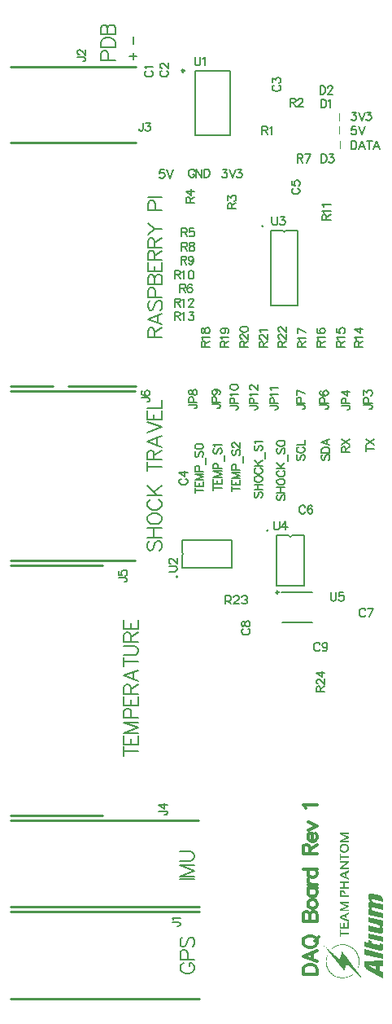
<source format=gto>
G04*
G04 #@! TF.GenerationSoftware,Altium Limited,Altium Designer,20.2.6 (244)*
G04*
G04 Layer_Color=65535*
%FSLAX25Y25*%
%MOIN*%
G70*
G04*
G04 #@! TF.SameCoordinates,5CDB893B-C90A-4E4D-8252-5211010A0FC4*
G04*
G04*
G04 #@! TF.FilePolarity,Positive*
G04*
G01*
G75*
%ADD10C,0.00984*%
%ADD11C,0.00787*%
%ADD12C,0.01000*%
%ADD13C,0.00197*%
%ADD14C,0.00620*%
%ADD15C,0.00800*%
%ADD16C,0.01181*%
G36*
X149833Y75215D02*
X149957Y75200D01*
X150066Y75179D01*
X150146Y75164D01*
X150183Y75157D01*
X150205D01*
X150219Y75150D01*
X150226D01*
X153529Y74318D01*
X153689Y74260D01*
X153835Y74187D01*
X153966Y74100D01*
X154076Y74005D01*
X154163Y73918D01*
X154229Y73845D01*
X154251Y73815D01*
X154265Y73801D01*
X154272Y73786D01*
X154280Y73779D01*
X154382Y73619D01*
X154455Y73458D01*
X154506Y73298D01*
X154542Y73159D01*
X154564Y73035D01*
X154571Y72984D01*
Y72941D01*
X154579Y72904D01*
Y71898D01*
X150766Y72853D01*
X150642Y72882D01*
X150540Y72890D01*
X150452D01*
X150380Y72882D01*
X150329Y72868D01*
X150285Y72853D01*
X150263Y72846D01*
X150256Y72839D01*
X150197Y72795D01*
X150161Y72729D01*
X150132Y72664D01*
X150110Y72591D01*
X150095Y72525D01*
X150088Y72474D01*
Y72423D01*
X150095Y72306D01*
X150117Y72204D01*
X150139Y72110D01*
X150168Y72037D01*
X150205Y71971D01*
X150226Y71927D01*
X150248Y71898D01*
X150256Y71891D01*
X150329Y71818D01*
X150409Y71760D01*
X150489Y71709D01*
X150576Y71672D01*
X150649Y71636D01*
X150708Y71614D01*
X150751Y71607D01*
X150759Y71599D01*
X150766D01*
X154579Y70644D01*
Y68494D01*
X150773Y69441D01*
X150649Y69471D01*
X150547Y69485D01*
X150452D01*
X150380Y69478D01*
X150329Y69463D01*
X150285Y69449D01*
X150263Y69441D01*
X150256Y69434D01*
X150197Y69383D01*
X150161Y69325D01*
X150132Y69252D01*
X150110Y69179D01*
X150095Y69113D01*
X150088Y69062D01*
Y69011D01*
X150095Y68902D01*
X150117Y68800D01*
X150139Y68713D01*
X150168Y68639D01*
X150205Y68581D01*
X150226Y68537D01*
X150248Y68508D01*
X150256Y68501D01*
X150329Y68428D01*
X150409Y68370D01*
X150489Y68319D01*
X150576Y68282D01*
X150649Y68253D01*
X150708Y68231D01*
X150751Y68224D01*
X150759Y68217D01*
X150766D01*
X154579Y67254D01*
Y65104D01*
X148805Y66547D01*
Y68720D01*
X149505Y68552D01*
Y68574D01*
X149352Y68705D01*
X149221Y68836D01*
X149111Y68975D01*
X149024Y69099D01*
X148951Y69208D01*
X148922Y69252D01*
X148900Y69288D01*
X148885Y69325D01*
X148871Y69347D01*
X148863Y69361D01*
Y69369D01*
X148790Y69543D01*
X148739Y69726D01*
X148696Y69901D01*
X148674Y70068D01*
X148659Y70141D01*
Y70207D01*
X148652Y70265D01*
X148645Y70316D01*
Y70542D01*
X148652Y70659D01*
X148659Y70761D01*
X148674Y70848D01*
X148681Y70921D01*
X148696Y70972D01*
X148703Y71001D01*
Y71016D01*
X148725Y71111D01*
X148747Y71191D01*
X148776Y71264D01*
X148805Y71330D01*
X148827Y71381D01*
X148849Y71417D01*
X148856Y71439D01*
X148863Y71446D01*
X148907Y71504D01*
X148958Y71556D01*
X149002Y71607D01*
X149046Y71643D01*
X149089Y71672D01*
X149118Y71694D01*
X149140Y71701D01*
X149148Y71709D01*
X149279Y71774D01*
X149344Y71803D01*
X149410Y71825D01*
X149461Y71840D01*
X149505Y71854D01*
X149534Y71862D01*
X149541D01*
X149454Y71935D01*
X149374Y72008D01*
X149301Y72073D01*
X149235Y72139D01*
X149184Y72197D01*
X149148Y72241D01*
X149126Y72270D01*
X149118Y72277D01*
X149053Y72365D01*
X149002Y72452D01*
X148958Y72532D01*
X148914Y72605D01*
X148885Y72671D01*
X148863Y72722D01*
X148856Y72751D01*
X148849Y72766D01*
X148783Y72948D01*
X148754Y73028D01*
X148732Y73108D01*
X148717Y73167D01*
X148703Y73218D01*
X148696Y73254D01*
Y73261D01*
X148666Y73444D01*
X148659Y73531D01*
X148652Y73611D01*
X148645Y73677D01*
Y73910D01*
X148659Y74034D01*
X148666Y74151D01*
X148681Y74253D01*
X148696Y74333D01*
X148710Y74391D01*
X148717Y74428D01*
X148725Y74442D01*
X148754Y74552D01*
X148790Y74647D01*
X148834Y74741D01*
X148871Y74814D01*
X148907Y74872D01*
X148936Y74923D01*
X148958Y74953D01*
X148965Y74960D01*
X149038Y75026D01*
X149118Y75084D01*
X149199Y75128D01*
X149272Y75157D01*
X149344Y75179D01*
X149403Y75200D01*
X149439Y75208D01*
X149446D01*
X149454D01*
X149578Y75222D01*
X149709D01*
X149833Y75215D01*
D02*
G37*
G36*
X154586Y64040D02*
Y61896D01*
X153893Y62064D01*
Y62035D01*
X154039Y61904D01*
X154163Y61772D01*
X154272Y61641D01*
X154360Y61517D01*
X154426Y61408D01*
X154455Y61364D01*
X154476Y61328D01*
X154491Y61291D01*
X154506Y61269D01*
X154513Y61255D01*
Y61247D01*
X154586Y61072D01*
X154637Y60898D01*
X154673Y60723D01*
X154695Y60562D01*
X154710Y60489D01*
Y60424D01*
X154717Y60358D01*
X154724Y60314D01*
Y60074D01*
X154717Y59950D01*
X154702Y59833D01*
X154688Y59738D01*
X154673Y59658D01*
X154666Y59600D01*
X154651Y59563D01*
Y59549D01*
X154615Y59447D01*
X154579Y59352D01*
X154535Y59272D01*
X154491Y59199D01*
X154455Y59148D01*
X154426Y59104D01*
X154404Y59075D01*
X154396Y59068D01*
X154331Y58995D01*
X154258Y58929D01*
X154185Y58886D01*
X154112Y58849D01*
X154039Y58820D01*
X153988Y58805D01*
X153952Y58791D01*
X153937D01*
X153813Y58776D01*
X153689D01*
X153565Y58784D01*
X153441Y58798D01*
X153339Y58820D01*
X153252Y58834D01*
X153223Y58842D01*
X153201D01*
X153186Y58849D01*
X153179D01*
X148805Y59943D01*
Y62093D01*
X152625Y61138D01*
X152749Y61116D01*
X152851Y61102D01*
X152938D01*
X153011Y61116D01*
X153070Y61124D01*
X153106Y61138D01*
X153135Y61145D01*
X153142Y61153D01*
X153201Y61204D01*
X153244Y61262D01*
X153274Y61328D01*
X153296Y61401D01*
X153310Y61459D01*
X153317Y61510D01*
Y61561D01*
X153310Y61678D01*
X153288Y61780D01*
X153259Y61867D01*
X153230Y61940D01*
X153201Y61998D01*
X153172Y62042D01*
X153150Y62071D01*
X153142Y62078D01*
X153070Y62151D01*
X152989Y62210D01*
X152902Y62261D01*
X152814Y62305D01*
X152742Y62334D01*
X152683Y62356D01*
X152639Y62363D01*
X152632Y62370D01*
X152625D01*
X148805Y63332D01*
Y65483D01*
X154586Y64040D01*
D02*
G37*
G36*
Y57515D02*
Y55365D01*
X148805Y56808D01*
Y58966D01*
X154586Y57515D01*
D02*
G37*
G36*
X150102Y55692D02*
Y54789D01*
X152851Y54103D01*
X152931Y54089D01*
X153004D01*
X153062D01*
X153113Y54103D01*
X153150Y54118D01*
X153179Y54132D01*
X153193Y54140D01*
X153201Y54147D01*
X153237Y54198D01*
X153266Y54249D01*
X153281Y54315D01*
X153296Y54380D01*
X153303Y54439D01*
Y54891D01*
X154586Y54570D01*
X154593Y54446D01*
X154601Y54329D01*
X154608Y54227D01*
X154615Y54132D01*
Y54052D01*
X154622Y53987D01*
Y53936D01*
X154630Y53826D01*
Y53615D01*
X154637Y53527D01*
Y53170D01*
X154630Y53010D01*
X154622Y52871D01*
X154608Y52747D01*
X154601Y52653D01*
X154586Y52580D01*
X154579Y52536D01*
Y52521D01*
X154550Y52405D01*
X154520Y52303D01*
X154484Y52215D01*
X154455Y52142D01*
X154426Y52084D01*
X154404Y52047D01*
X154389Y52018D01*
X154382Y52011D01*
X154323Y51946D01*
X154258Y51894D01*
X154185Y51851D01*
X154119Y51822D01*
X154054Y51800D01*
X154003Y51785D01*
X153966Y51778D01*
X153952D01*
X153835Y51771D01*
X153704Y51778D01*
X153580Y51792D01*
X153456Y51814D01*
X153347Y51829D01*
X153266Y51851D01*
X153230Y51858D01*
X153208D01*
X153193Y51865D01*
X153186D01*
X147041Y53418D01*
Y55576D01*
X148805Y55109D01*
Y56013D01*
X150102Y55692D01*
D02*
G37*
G36*
X154586Y50488D02*
Y48330D01*
X146961Y50247D01*
Y52397D01*
X154586Y50488D01*
D02*
G37*
G36*
Y45392D02*
X153259Y45465D01*
Y43613D01*
X154579Y43030D01*
X154586Y40551D01*
X148477Y43824D01*
X148353Y43897D01*
X148244Y43977D01*
X148134Y44058D01*
X148047Y44123D01*
X147974Y44189D01*
X147916Y44233D01*
X147886Y44262D01*
X147872Y44276D01*
X147770Y44378D01*
X147682Y44480D01*
X147602Y44575D01*
X147529Y44663D01*
X147478Y44743D01*
X147434Y44801D01*
X147405Y44838D01*
X147398Y44852D01*
X147325Y44976D01*
X147267Y45093D01*
X147208Y45210D01*
X147165Y45319D01*
X147128Y45406D01*
X147106Y45479D01*
X147099Y45501D01*
X147092Y45523D01*
X147084Y45530D01*
Y45537D01*
X147048Y45676D01*
X147019Y45815D01*
X146997Y45946D01*
X146982Y46062D01*
X146968Y46165D01*
Y46245D01*
X146961Y46274D01*
Y47593D01*
X154586Y47878D01*
Y45392D01*
D02*
G37*
G36*
X140610Y99484D02*
X138015D01*
X140610Y98478D01*
Y97894D01*
X138015Y96874D01*
X140610D01*
Y96232D01*
X136892D01*
Y96947D01*
X139706Y98201D01*
X136892Y99440D01*
Y100125D01*
X140610D01*
Y99484D01*
D02*
G37*
G36*
X139079Y95561D02*
X139283Y95532D01*
X139517Y95474D01*
X139750Y95401D01*
X139969Y95284D01*
X140173Y95124D01*
X140187Y95109D01*
X140246Y95037D01*
X140319Y94935D01*
X140406Y94774D01*
X140493Y94585D01*
X140566Y94351D01*
X140625Y94074D01*
X140639Y93754D01*
Y93666D01*
X140625Y93608D01*
X140610Y93447D01*
X140581Y93243D01*
X140523Y93025D01*
X140435Y92806D01*
X140333Y92587D01*
X140173Y92383D01*
X140144Y92369D01*
X140085Y92310D01*
X139969Y92237D01*
X139808Y92150D01*
X139619Y92062D01*
X139371Y91975D01*
X139094Y91917D01*
X138758Y91887D01*
X138744D01*
X138715D01*
X138671D01*
X138598Y91902D01*
X138438Y91917D01*
X138233Y91946D01*
X138000Y92004D01*
X137767Y92092D01*
X137548Y92194D01*
X137359Y92354D01*
X137344Y92383D01*
X137286Y92441D01*
X137213Y92558D01*
X137111Y92704D01*
X137023Y92908D01*
X136951Y93141D01*
X136892Y93433D01*
X136878Y93754D01*
Y93899D01*
X136907Y94060D01*
X136936Y94264D01*
X136994Y94483D01*
X137082Y94716D01*
X137198Y94935D01*
X137359Y95124D01*
X137373Y95139D01*
X137446Y95197D01*
X137548Y95270D01*
X137709Y95357D01*
X137898Y95445D01*
X138146Y95518D01*
X138423Y95576D01*
X138758Y95591D01*
X138773D01*
X138802D01*
X138846D01*
X138904D01*
X139079Y95561D01*
D02*
G37*
G36*
X137490Y90575D02*
X140610D01*
Y89875D01*
X137490D01*
Y88811D01*
X136892D01*
Y91625D01*
X137490D01*
Y90575D01*
D02*
G37*
G36*
X140610Y87747D02*
X137855Y85778D01*
X140610D01*
Y85108D01*
X136892D01*
Y85808D01*
X139604Y87761D01*
X136892D01*
Y88417D01*
X140610D01*
Y87747D01*
D02*
G37*
G36*
Y83927D02*
X139604Y83504D01*
Y82265D01*
X139006Y82512D01*
Y83256D01*
X137607Y82673D01*
X140610Y81448D01*
Y80748D01*
X136892Y82308D01*
Y83052D01*
X140610Y84670D01*
Y83927D01*
D02*
G37*
G36*
Y79611D02*
X139035D01*
Y77774D01*
X140610D01*
Y77089D01*
X136892D01*
Y77774D01*
X138438D01*
Y79611D01*
X136892D01*
Y80282D01*
X140610D01*
Y79611D01*
D02*
G37*
G36*
X138146Y76622D02*
X138263Y76593D01*
X138409Y76535D01*
X138569Y76476D01*
X138715Y76374D01*
X138860Y76243D01*
X138875Y76228D01*
X138919Y76170D01*
X138977Y76083D01*
X139050Y75951D01*
X139123Y75791D01*
X139196Y75587D01*
X139269Y75354D01*
X139313Y75077D01*
X138715Y74975D01*
Y74989D01*
X138700Y75047D01*
X138671Y75135D01*
X138642Y75237D01*
X138554Y75470D01*
X138496Y75572D01*
X138438Y75674D01*
X138423Y75689D01*
X138409Y75718D01*
X138365Y75747D01*
X138306Y75806D01*
X138161Y75879D01*
X138073Y75908D01*
X137971Y75922D01*
X137957D01*
X137927D01*
X137840Y75908D01*
X137738Y75879D01*
X137636Y75806D01*
X137621Y75791D01*
X137577Y75718D01*
X137534Y75616D01*
X137519Y75456D01*
Y74523D01*
X140610D01*
Y73837D01*
X136892D01*
Y75587D01*
X136907Y75689D01*
X136921Y75820D01*
X136951Y75951D01*
X137009Y76097D01*
X137067Y76228D01*
X137155Y76345D01*
X137169Y76360D01*
X137198Y76389D01*
X137271Y76433D01*
X137344Y76491D01*
X137461Y76549D01*
X137592Y76593D01*
X137752Y76622D01*
X137942Y76637D01*
X137971D01*
X138029D01*
X138146Y76622D01*
D02*
G37*
G36*
X140610Y71257D02*
X138015D01*
X140610Y70236D01*
Y69653D01*
X138015Y68632D01*
X140610D01*
Y67991D01*
X136892D01*
Y68720D01*
X139706Y69959D01*
X136892Y71198D01*
Y71884D01*
X140610D01*
Y71257D01*
D02*
G37*
G36*
Y66810D02*
X139604Y66387D01*
Y65148D01*
X139006Y65381D01*
Y66139D01*
X137607Y65556D01*
X140610Y64317D01*
Y63631D01*
X136892Y65191D01*
Y65935D01*
X140610Y67553D01*
Y66810D01*
D02*
G37*
G36*
Y60745D02*
X136892D01*
Y63281D01*
X137490D01*
Y61415D01*
X138423D01*
Y63179D01*
X139035D01*
Y61415D01*
X140012D01*
Y63311D01*
X140610D01*
Y60745D01*
D02*
G37*
G36*
X137490Y59272D02*
X140610D01*
Y58601D01*
X137490D01*
Y57537D01*
X136892D01*
Y60351D01*
X137490D01*
Y59272D01*
D02*
G37*
G36*
X138481Y54402D02*
X138831Y54373D01*
X139225Y54329D01*
X139648Y54242D01*
X140071Y54140D01*
X140085D01*
X140114Y54125D01*
X140187Y54111D01*
X140260Y54081D01*
X140362Y54038D01*
X140479Y53994D01*
X140610Y53950D01*
X140756Y53892D01*
X141077Y53746D01*
X141441Y53557D01*
X141806Y53352D01*
X142170Y53105D01*
X142185Y53090D01*
X142214Y53075D01*
X142258Y53032D01*
X142331Y52988D01*
X142403Y52915D01*
X142506Y52842D01*
X142724Y52638D01*
X142987Y52405D01*
X143264Y52113D01*
X143541Y51792D01*
X143803Y51442D01*
X143818Y51428D01*
X143832Y51399D01*
X143861Y51340D01*
X143920Y51267D01*
X143978Y51180D01*
X144036Y51078D01*
X144109Y50947D01*
X144182Y50815D01*
X144343Y50495D01*
X144503Y50145D01*
X144663Y49751D01*
X144794Y49328D01*
Y49314D01*
X144809Y49255D01*
X144838Y49168D01*
X144867Y49051D01*
X144897Y48906D01*
X144926Y48745D01*
X144984Y48410D01*
Y48395D01*
X144999Y48337D01*
Y48235D01*
X145013Y48118D01*
X145028Y47987D01*
Y47827D01*
X145042Y47477D01*
Y47360D01*
X145028Y47229D01*
Y47054D01*
X145013Y46850D01*
X144984Y46617D01*
X144955Y46383D01*
X144911Y46121D01*
Y46092D01*
X144882Y46004D01*
X144853Y45873D01*
X144809Y45698D01*
X144751Y45494D01*
X144678Y45275D01*
X144503Y44809D01*
X144226Y44925D01*
Y44940D01*
X144240Y44969D01*
X144270Y45027D01*
X144299Y45115D01*
X144328Y45217D01*
X144372Y45319D01*
X144415Y45450D01*
X144459Y45610D01*
X144547Y45931D01*
X144634Y46310D01*
X144693Y46704D01*
X144736Y47112D01*
Y47652D01*
X144722Y47812D01*
X144707Y48133D01*
X144663Y48497D01*
X144590Y48891D01*
X144503Y49285D01*
Y49299D01*
X144488Y49328D01*
X144474Y49387D01*
X144445Y49460D01*
X144415Y49562D01*
X144372Y49664D01*
X144270Y49926D01*
X144138Y50232D01*
X143978Y50568D01*
X143789Y50918D01*
X143570Y51267D01*
X143555Y51282D01*
X143541Y51311D01*
X143511Y51355D01*
X143453Y51428D01*
X143395Y51501D01*
X143322Y51588D01*
X143132Y51807D01*
X142899Y52069D01*
X142637Y52332D01*
X142331Y52609D01*
X141981Y52871D01*
X141966Y52886D01*
X141937Y52900D01*
X141893Y52930D01*
X141820Y52988D01*
X141733Y53032D01*
X141631Y53105D01*
X141514Y53177D01*
X141383Y53250D01*
X141077Y53411D01*
X140727Y53571D01*
X140348Y53732D01*
X139954Y53863D01*
X139939D01*
X139910Y53877D01*
X139852Y53892D01*
X139764Y53907D01*
X139677Y53936D01*
X139560Y53950D01*
X139429Y53979D01*
X139283Y54009D01*
X138948Y54052D01*
X138584Y54096D01*
X138204Y54111D01*
X137796D01*
X137782D01*
X137752D01*
X137694D01*
X137607Y54096D01*
X137519Y54081D01*
X137402D01*
X137271Y54052D01*
X137126Y54038D01*
X136805Y53979D01*
X136440Y53892D01*
X136061Y53790D01*
X135668Y53644D01*
X135653D01*
X135624Y53629D01*
X135565Y53600D01*
X135493Y53571D01*
X135390Y53527D01*
X135288Y53469D01*
X135026Y53338D01*
X134734Y53177D01*
X134414Y52973D01*
X134078Y52740D01*
X133743Y52463D01*
X133539Y52696D01*
X133553Y52711D01*
X133582Y52725D01*
X133626Y52769D01*
X133685Y52828D01*
X133772Y52886D01*
X133874Y52959D01*
X133976Y53046D01*
X134107Y53134D01*
X134399Y53338D01*
X134720Y53527D01*
X135099Y53732D01*
X135493Y53907D01*
X135507D01*
X135536Y53921D01*
X135595Y53950D01*
X135682Y53979D01*
X135784Y54009D01*
X135901Y54052D01*
X136032Y54096D01*
X136178Y54140D01*
X136513Y54227D01*
X136892Y54300D01*
X137300Y54373D01*
X137738Y54417D01*
X137752D01*
X137796D01*
X137855D01*
X137942D01*
X138044D01*
X138175D01*
X138321D01*
X138481Y54402D01*
D02*
G37*
G36*
X130521Y53921D02*
X130535Y53907D01*
X130579Y53863D01*
X130637Y53819D01*
X130798Y53673D01*
X131002Y53498D01*
X131235Y53280D01*
X131512Y53046D01*
X131789Y52784D01*
X132095Y52521D01*
X132110Y52507D01*
X132124Y52492D01*
X132168Y52448D01*
X132227Y52405D01*
X132387Y52259D01*
X132591Y52069D01*
X132839Y51865D01*
X133116Y51617D01*
X133393Y51355D01*
X133699Y51092D01*
X133714Y51078D01*
X133728Y51063D01*
X133772Y51020D01*
X133830Y50976D01*
X133991Y50830D01*
X134195Y50640D01*
X134443Y50422D01*
X134720Y50189D01*
X135011Y49926D01*
X135318Y49649D01*
X135332Y49635D01*
X135347Y49620D01*
X135390Y49576D01*
X135449Y49532D01*
X135609Y49387D01*
X135813Y49197D01*
X136061Y48978D01*
X136338Y48745D01*
X136615Y48483D01*
X136921Y48206D01*
Y48220D01*
X136936Y48249D01*
X136951Y48293D01*
X136965Y48351D01*
X136980Y48424D01*
X137009Y48512D01*
X137067Y48731D01*
X137140Y48993D01*
X137213Y49270D01*
X137300Y49576D01*
X137388Y49897D01*
Y49911D01*
X137402Y49941D01*
Y49984D01*
X137432Y50043D01*
X137446Y50116D01*
X137475Y50203D01*
X137519Y50422D01*
X137592Y50684D01*
X137665Y50976D01*
X137752Y51282D01*
X137840Y51603D01*
X137855Y51588D01*
X137884Y51544D01*
X137942Y51472D01*
X138015Y51370D01*
X138102Y51238D01*
X138219Y51092D01*
X138336Y50932D01*
X138481Y50743D01*
X138627Y50538D01*
X138788Y50320D01*
X139137Y49853D01*
X139517Y49358D01*
X139910Y48847D01*
X139925Y48833D01*
X139954Y48789D01*
X140012Y48716D01*
X140085Y48614D01*
X140187Y48483D01*
X140289Y48337D01*
X140420Y48177D01*
X140552Y47987D01*
X140712Y47797D01*
X140873Y47579D01*
X141222Y47112D01*
X141587Y46617D01*
X141981Y46106D01*
X141995Y46092D01*
X142024Y46048D01*
X142083Y45975D01*
X142156Y45873D01*
X142243Y45756D01*
X142360Y45610D01*
X142476Y45436D01*
X142622Y45261D01*
X142768Y45056D01*
X142928Y44852D01*
X143278Y44386D01*
X143643Y43890D01*
X144022Y43380D01*
X144036Y43365D01*
X144065Y43321D01*
X144124Y43249D01*
X144197Y43146D01*
X144284Y43015D01*
X144401Y42869D01*
X144518Y42709D01*
X144663Y42520D01*
X144809Y42330D01*
X144969Y42111D01*
X145319Y41645D01*
X145684Y41164D01*
X146063Y40653D01*
X146048Y40639D01*
X146019Y40624D01*
X146005D01*
X145990D01*
X145975Y40639D01*
X145961Y40653D01*
X145917Y40697D01*
X145859Y40755D01*
X145698Y40887D01*
X145494Y41076D01*
X145261Y41295D01*
X144999Y41543D01*
X144722Y41805D01*
X144430Y42082D01*
X144415Y42097D01*
X144401Y42111D01*
X144357Y42155D01*
X144299Y42213D01*
X144138Y42344D01*
X143934Y42534D01*
X143701Y42753D01*
X143439Y43001D01*
X143162Y43263D01*
X142870Y43540D01*
X142855Y43555D01*
X142841Y43569D01*
X142797Y43613D01*
X142739Y43671D01*
X142578Y43817D01*
X142374Y44007D01*
X142141Y44225D01*
X141864Y44488D01*
X141572Y44750D01*
X141281Y45027D01*
X141266Y45042D01*
X141252Y45056D01*
X141208Y45100D01*
X141149Y45158D01*
X140989Y45304D01*
X140785Y45479D01*
X140552Y45713D01*
X140275Y45960D01*
X139983Y46223D01*
X139691Y46500D01*
Y46485D01*
X139677Y46471D01*
X139648Y46383D01*
X139604Y46237D01*
X139546Y46062D01*
X139473Y45844D01*
X139385Y45610D01*
X139313Y45363D01*
X139225Y45100D01*
Y45086D01*
X139210Y45071D01*
X139181Y44984D01*
X139137Y44852D01*
X139079Y44663D01*
X139006Y44459D01*
X138919Y44225D01*
X138831Y43963D01*
X138744Y43701D01*
X138729Y43715D01*
X138700Y43759D01*
X138642Y43832D01*
X138569Y43919D01*
X138467Y44036D01*
X138350Y44182D01*
X138233Y44342D01*
X138088Y44502D01*
X137927Y44692D01*
X137767Y44896D01*
X137417Y45333D01*
X137038Y45785D01*
X136644Y46266D01*
X136630Y46281D01*
X136601Y46325D01*
X136542Y46398D01*
X136469Y46485D01*
X136367Y46602D01*
X136265Y46733D01*
X136134Y46894D01*
X136003Y47068D01*
X135842Y47258D01*
X135682Y47447D01*
X135332Y47885D01*
X134953Y48351D01*
X134574Y48818D01*
X134559Y48833D01*
X134530Y48876D01*
X134472Y48949D01*
X134399Y49037D01*
X134297Y49153D01*
X134180Y49285D01*
X134064Y49445D01*
X133918Y49620D01*
X133772Y49810D01*
X133597Y49999D01*
X133247Y50436D01*
X132868Y50903D01*
X132489Y51370D01*
X132474Y51384D01*
X132445Y51428D01*
X132387Y51501D01*
X132314Y51588D01*
X132212Y51705D01*
X132110Y51836D01*
X131979Y51996D01*
X131848Y52157D01*
X131687Y52346D01*
X131527Y52551D01*
X131177Y52973D01*
X130798Y53440D01*
X130419Y53907D01*
X130433Y53921D01*
X130462D01*
X130477Y53936D01*
X130506D01*
X130521Y53921D01*
D02*
G37*
G36*
X131935Y49882D02*
Y49868D01*
X131920Y49839D01*
X131891Y49780D01*
X131877Y49693D01*
X131833Y49605D01*
X131804Y49489D01*
X131760Y49358D01*
X131731Y49212D01*
X131643Y48891D01*
X131570Y48526D01*
X131527Y48133D01*
X131498Y47725D01*
Y47331D01*
X131512Y47200D01*
Y47054D01*
X131541Y46718D01*
X131585Y46369D01*
X131658Y45990D01*
X131760Y45596D01*
Y45581D01*
X131775Y45552D01*
X131789Y45494D01*
X131818Y45421D01*
X131848Y45333D01*
X131891Y45231D01*
X131993Y44969D01*
X132124Y44677D01*
X132285Y44357D01*
X132474Y44021D01*
X132693Y43671D01*
Y43657D01*
X132722Y43628D01*
X132752Y43584D01*
X132810Y43525D01*
X132941Y43350D01*
X133131Y43146D01*
X133349Y42899D01*
X133626Y42636D01*
X133918Y42374D01*
X134253Y42111D01*
X134268D01*
X134297Y42082D01*
X134341Y42053D01*
X134414Y42009D01*
X134501Y41951D01*
X134589Y41892D01*
X134705Y41820D01*
X134836Y41747D01*
X135128Y41586D01*
X135463Y41426D01*
X135828Y41266D01*
X136222Y41134D01*
X136236D01*
X136265Y41120D01*
X136324Y41105D01*
X136411Y41091D01*
X136498Y41061D01*
X136615Y41032D01*
X136746Y41018D01*
X136892Y40989D01*
X137213Y40930D01*
X137563Y40887D01*
X137957Y40857D01*
X138350D01*
X138365D01*
X138394D01*
X138452D01*
X138525Y40872D01*
X138627Y40887D01*
X138744D01*
X138875Y40901D01*
X139006Y40930D01*
X139327Y40974D01*
X139691Y41061D01*
X140056Y41149D01*
X140450Y41280D01*
X140464D01*
X140493Y41295D01*
X140552Y41324D01*
X140625Y41353D01*
X140712Y41397D01*
X140829Y41441D01*
X141077Y41572D01*
X141368Y41718D01*
X141689Y41907D01*
X142024Y42140D01*
X142360Y42388D01*
X142535Y42140D01*
X142549D01*
X142535Y42126D01*
X142506Y42111D01*
X142462Y42068D01*
X142389Y42024D01*
X142301Y41951D01*
X142199Y41878D01*
X142083Y41805D01*
X141951Y41718D01*
X141660Y41528D01*
X141324Y41339D01*
X140945Y41149D01*
X140552Y40989D01*
X140537D01*
X140508Y40974D01*
X140450Y40959D01*
X140362Y40930D01*
X140275Y40901D01*
X140158Y40857D01*
X140027Y40828D01*
X139881Y40784D01*
X139546Y40712D01*
X139181Y40639D01*
X138788Y40580D01*
X138365Y40551D01*
X138350D01*
X138321D01*
X138248D01*
X138175D01*
X138073D01*
X137957Y40566D01*
X137811D01*
X137665Y40580D01*
X137330Y40609D01*
X136951Y40668D01*
X136542Y40741D01*
X136134Y40843D01*
X136119D01*
X136090Y40857D01*
X136032Y40872D01*
X135944Y40901D01*
X135857Y40945D01*
X135740Y40974D01*
X135609Y41032D01*
X135463Y41091D01*
X135143Y41236D01*
X134793Y41397D01*
X134428Y41616D01*
X134064Y41849D01*
X134049Y41863D01*
X134020Y41878D01*
X133976Y41922D01*
X133903Y41980D01*
X133816Y42038D01*
X133728Y42126D01*
X133495Y42315D01*
X133247Y42563D01*
X132985Y42840D01*
X132708Y43161D01*
X132460Y43496D01*
X132445Y43511D01*
X132431Y43540D01*
X132402Y43598D01*
X132343Y43657D01*
X132299Y43744D01*
X132227Y43846D01*
X132154Y43977D01*
X132081Y44109D01*
X131920Y44400D01*
X131760Y44750D01*
X131600Y45115D01*
X131468Y45508D01*
Y45523D01*
X131454Y45552D01*
X131439Y45610D01*
X131425Y45698D01*
X131395Y45800D01*
X131366Y45917D01*
X131337Y46048D01*
X131308Y46194D01*
X131250Y46529D01*
X131206Y46908D01*
X131177Y47316D01*
Y47856D01*
X131191Y47929D01*
X131206Y48031D01*
Y48162D01*
X131235Y48293D01*
X131250Y48454D01*
X131308Y48789D01*
X131395Y49168D01*
X131512Y49576D01*
X131658Y49984D01*
X131935Y49882D01*
D02*
G37*
%LPC*%
G36*
X148623Y45727D02*
X151801Y44254D01*
Y45545D01*
X148623Y45727D01*
D02*
G37*
G36*
X138744Y94876D02*
X138729D01*
X138715D01*
X138642D01*
X138525Y94862D01*
X138394Y94847D01*
X138233Y94803D01*
X138073Y94760D01*
X137927Y94687D01*
X137796Y94585D01*
X137782Y94570D01*
X137738Y94526D01*
X137694Y94468D01*
X137621Y94380D01*
X137563Y94264D01*
X137519Y94118D01*
X137475Y93943D01*
X137461Y93754D01*
Y93651D01*
X137475Y93550D01*
X137504Y93433D01*
X137548Y93287D01*
X137607Y93141D01*
X137680Y92995D01*
X137796Y92879D01*
X137811Y92864D01*
X137855Y92835D01*
X137927Y92791D01*
X138029Y92748D01*
X138175Y92689D01*
X138336Y92646D01*
X138525Y92616D01*
X138744Y92602D01*
X138773D01*
X138846D01*
X138962Y92616D01*
X139108Y92631D01*
X139254Y92675D01*
X139415Y92718D01*
X139575Y92791D01*
X139706Y92879D01*
X139721Y92893D01*
X139750Y92937D01*
X139808Y92995D01*
X139866Y93098D01*
X139925Y93214D01*
X139983Y93375D01*
X140012Y93550D01*
X140027Y93754D01*
Y93841D01*
X140012Y93943D01*
X139983Y94060D01*
X139954Y94206D01*
X139896Y94337D01*
X139808Y94468D01*
X139706Y94585D01*
X139691Y94599D01*
X139648Y94628D01*
X139575Y94672D01*
X139458Y94731D01*
X139327Y94789D01*
X139167Y94832D01*
X138962Y94862D01*
X138744Y94876D01*
D02*
G37*
%LPD*%
D10*
X111831Y198465D02*
G03*
X111831Y198465I-492J0D01*
G01*
X73189Y411890D02*
G03*
X73189Y411890I-492J0D01*
G01*
D11*
X107602Y223740D02*
G03*
X107602Y223740I-315J0D01*
G01*
X116014Y221693D02*
G03*
X117293Y221693I640J0D01*
G01*
X105547Y348232D02*
G03*
X105547Y348232I-315J0D01*
G01*
X113494Y346378D02*
G03*
X114774Y346378I640J0D01*
G01*
X70571Y204748D02*
G03*
X70571Y204748I-315J0D01*
G01*
X72303Y213474D02*
G03*
X72303Y214754I0J640D01*
G01*
X113307Y186260D02*
X125512D01*
X113110Y198465D02*
X125512D01*
X111083Y201220D02*
Y221693D01*
Y201220D02*
X122224D01*
Y221693D01*
X117293D02*
X122224D01*
X111083D02*
X116014D01*
X108563Y346378D02*
X113494D01*
X114774D02*
X119705D01*
Y315669D02*
Y346378D01*
X108563Y315669D02*
X119705D01*
X108563D02*
Y346378D01*
X77520Y385512D02*
X92087D01*
X77520Y411890D02*
X92087D01*
Y385512D02*
Y411890D01*
X77520Y385512D02*
Y411890D01*
X72303Y208543D02*
X92776D01*
Y219685D01*
X72303D02*
X92776D01*
X72303Y214754D02*
Y219685D01*
Y208543D02*
Y213474D01*
D12*
X2047Y67716D02*
X66220D01*
Y32283D02*
X79331D01*
X66220Y67716D02*
X79213D01*
X66181Y105118D02*
X79173D01*
X66181Y69685D02*
X79291D01*
X2047Y32283D02*
X66220D01*
X2008Y69685D02*
X66181D01*
X2047Y105118D02*
X66181D01*
X2008Y107087D02*
X39685D01*
X2008Y209449D02*
X39646D01*
X2008Y413583D02*
X53504D01*
X2047Y382598D02*
X53504D01*
X2008Y282638D02*
X19370D01*
X25709Y282677D02*
X53504D01*
X2047Y280669D02*
X52874D01*
X2008Y211457D02*
X52874D01*
D13*
X137067Y380138D02*
Y383090D01*
X136752Y386083D02*
Y389035D01*
X136713Y391595D02*
Y394547D01*
D14*
X133209Y198353D02*
Y195925D01*
X133371Y195440D01*
X133695Y195116D01*
X134180Y194954D01*
X134504D01*
X134990Y195116D01*
X135314Y195440D01*
X135476Y195925D01*
Y198353D01*
X138357D02*
X136738D01*
X136576Y196896D01*
X136738Y197058D01*
X137224Y197220D01*
X137709D01*
X138195Y197058D01*
X138519Y196734D01*
X138681Y196249D01*
Y195925D01*
X138519Y195440D01*
X138195Y195116D01*
X137709Y194954D01*
X137224D01*
X136738Y195116D01*
X136576Y195278D01*
X136414Y195601D01*
X50797Y417825D02*
X53711D01*
X52254Y416368D02*
Y419282D01*
Y422956D02*
Y425870D01*
X77379Y370808D02*
X77217Y371132D01*
X76893Y371456D01*
X76569Y371618D01*
X75922D01*
X75598Y371456D01*
X75274Y371132D01*
X75113Y370808D01*
X74951Y370323D01*
Y369513D01*
X75113Y369028D01*
X75274Y368704D01*
X75598Y368380D01*
X75922Y368218D01*
X76569D01*
X76893Y368380D01*
X77217Y368704D01*
X77379Y369028D01*
Y369513D01*
X76569D02*
X77379D01*
X78156Y371618D02*
Y368218D01*
Y371618D02*
X80422Y368218D01*
Y371618D02*
Y368218D01*
X81361Y371618D02*
Y368218D01*
Y371618D02*
X82494D01*
X82980Y371456D01*
X83303Y371132D01*
X83465Y370808D01*
X83627Y370323D01*
Y369513D01*
X83465Y369028D01*
X83303Y368704D01*
X82980Y368380D01*
X82494Y368218D01*
X81361D01*
X88897Y371421D02*
X90677D01*
X89706Y370126D01*
X90192D01*
X90515Y369964D01*
X90677Y369802D01*
X90839Y369317D01*
Y368993D01*
X90677Y368507D01*
X90353Y368183D01*
X89868Y368022D01*
X89382D01*
X88897Y368183D01*
X88735Y368345D01*
X88573Y368669D01*
X91600Y371421D02*
X92895Y368022D01*
X94190Y371421D02*
X92895Y368022D01*
X94950Y371421D02*
X96731D01*
X95760Y370126D01*
X96245D01*
X96569Y369964D01*
X96731Y369802D01*
X96893Y369317D01*
Y368993D01*
X96731Y368507D01*
X96407Y368183D01*
X95922Y368022D01*
X95436D01*
X94950Y368183D01*
X94789Y368345D01*
X94627Y368669D01*
X64925Y371303D02*
X63306D01*
X63144Y369846D01*
X63306Y370008D01*
X63792Y370170D01*
X64277D01*
X64763Y370008D01*
X65087Y369684D01*
X65248Y369198D01*
Y368875D01*
X65087Y368389D01*
X64763Y368065D01*
X64277Y367903D01*
X63792D01*
X63306Y368065D01*
X63144Y368227D01*
X62982Y368551D01*
X66009Y371303D02*
X67304Y367903D01*
X68599Y371303D02*
X67304Y367903D01*
X143507Y389059D02*
X141889D01*
X141727Y387602D01*
X141889Y387764D01*
X142374Y387926D01*
X142860D01*
X143345Y387764D01*
X143669Y387440D01*
X143831Y386954D01*
Y386631D01*
X143669Y386145D01*
X143345Y385821D01*
X142860Y385659D01*
X142374D01*
X141889Y385821D01*
X141727Y385983D01*
X141565Y386307D01*
X144592Y389059D02*
X145887Y385659D01*
X147182Y389059D02*
X145887Y385659D01*
X141565Y383153D02*
Y379754D01*
Y383153D02*
X142698D01*
X143184Y382991D01*
X143507Y382667D01*
X143669Y382344D01*
X143831Y381858D01*
Y381049D01*
X143669Y380563D01*
X143507Y380240D01*
X143184Y379916D01*
X142698Y379754D01*
X141565D01*
X147182D02*
X145887Y383153D01*
X144592Y379754D01*
X145078Y380887D02*
X146696D01*
X149108Y383153D02*
Y379754D01*
X147975Y383153D02*
X150241D01*
X153236Y379754D02*
X151941Y383153D01*
X150646Y379754D01*
X151131Y380887D02*
X152750D01*
X141889Y394964D02*
X143669D01*
X142698Y393669D01*
X143184D01*
X143507Y393507D01*
X143669Y393345D01*
X143831Y392860D01*
Y392536D01*
X143669Y392051D01*
X143345Y391727D01*
X142860Y391565D01*
X142374D01*
X141889Y391727D01*
X141727Y391889D01*
X141565Y392212D01*
X144592Y394964D02*
X145887Y391565D01*
X147182Y394964D02*
X145887Y391565D01*
X147943Y394964D02*
X149723D01*
X148752Y393669D01*
X149238D01*
X149561Y393507D01*
X149723Y393345D01*
X149885Y392860D01*
Y392536D01*
X149723Y392051D01*
X149399Y391727D01*
X148914Y391565D01*
X148428D01*
X147943Y391727D01*
X147781Y391889D01*
X147619Y392212D01*
X92722Y240769D02*
X96121D01*
X92722Y239636D02*
Y241902D01*
Y244411D02*
Y242307D01*
X96121D01*
Y244411D01*
X94340Y242307D02*
Y243602D01*
X92722Y244977D02*
X96121D01*
X92722D02*
X96121Y246272D01*
X92722Y247567D02*
X96121Y246272D01*
X92722Y247567D02*
X96121D01*
X94502Y248539D02*
Y249995D01*
X94340Y250481D01*
X94178Y250643D01*
X93855Y250805D01*
X93369D01*
X93045Y250643D01*
X92883Y250481D01*
X92722Y249995D01*
Y248539D01*
X96121D01*
X97254Y251566D02*
Y254155D01*
X93207Y256859D02*
X92883Y256535D01*
X92722Y256049D01*
Y255402D01*
X92883Y254916D01*
X93207Y254592D01*
X93531D01*
X93855Y254754D01*
X94017Y254916D01*
X94178Y255240D01*
X94502Y256211D01*
X94664Y256535D01*
X94826Y256697D01*
X95150Y256859D01*
X95635D01*
X95959Y256535D01*
X96121Y256049D01*
Y255402D01*
X95959Y254916D01*
X95635Y254592D01*
X93531Y257781D02*
X93369D01*
X93045Y257943D01*
X92883Y258105D01*
X92722Y258429D01*
Y259076D01*
X92883Y259400D01*
X93045Y259562D01*
X93369Y259724D01*
X93693D01*
X94017Y259562D01*
X94502Y259238D01*
X96121Y257620D01*
Y259886D01*
X147713Y257225D02*
X151112D01*
X147713Y256092D02*
Y258359D01*
Y258763D02*
X151112Y261030D01*
X147713D02*
X151112Y258763D01*
X102341Y239540D02*
X102017Y239216D01*
X101856Y238730D01*
Y238083D01*
X102017Y237597D01*
X102341Y237274D01*
X102665D01*
X102989Y237435D01*
X103150Y237597D01*
X103312Y237921D01*
X103636Y238892D01*
X103798Y239216D01*
X103960Y239378D01*
X104283Y239540D01*
X104769D01*
X105093Y239216D01*
X105255Y238730D01*
Y238083D01*
X105093Y237597D01*
X104769Y237274D01*
X101856Y240300D02*
X105255D01*
X101856Y242567D02*
X105255D01*
X103474Y240300D02*
Y242567D01*
X101856Y244477D02*
X102017Y244153D01*
X102341Y243829D01*
X102665Y243667D01*
X103150Y243506D01*
X103960D01*
X104445Y243667D01*
X104769Y243829D01*
X105093Y244153D01*
X105255Y244477D01*
Y245124D01*
X105093Y245448D01*
X104769Y245772D01*
X104445Y245934D01*
X103960Y246095D01*
X103150D01*
X102665Y245934D01*
X102341Y245772D01*
X102017Y245448D01*
X101856Y245124D01*
Y244477D01*
X102665Y249317D02*
X102341Y249155D01*
X102017Y248831D01*
X101856Y248507D01*
Y247860D01*
X102017Y247536D01*
X102341Y247212D01*
X102665Y247050D01*
X103150Y246889D01*
X103960D01*
X104445Y247050D01*
X104769Y247212D01*
X105093Y247536D01*
X105255Y247860D01*
Y248507D01*
X105093Y248831D01*
X104769Y249155D01*
X104445Y249317D01*
X101856Y250272D02*
X105255D01*
X101856Y252538D02*
X104122Y250272D01*
X103312Y251081D02*
X105255Y252538D01*
X106388Y253299D02*
Y255889D01*
X102341Y258592D02*
X102017Y258268D01*
X101856Y257783D01*
Y257135D01*
X102017Y256649D01*
X102341Y256326D01*
X102665D01*
X102989Y256487D01*
X103150Y256649D01*
X103312Y256973D01*
X103636Y257944D01*
X103798Y258268D01*
X103960Y258430D01*
X104283Y258592D01*
X104769D01*
X105093Y258268D01*
X105255Y257783D01*
Y257135D01*
X105093Y256649D01*
X104769Y256326D01*
X102503Y259353D02*
X102341Y259676D01*
X101856Y260162D01*
X105255D01*
X77604Y240139D02*
X81003D01*
X77604Y239006D02*
Y241272D01*
Y243781D02*
Y241677D01*
X81003D01*
Y243781D01*
X79222Y241677D02*
Y242972D01*
X77604Y244348D02*
X81003D01*
X77604D02*
X81003Y245642D01*
X77604Y246937D02*
X81003Y245642D01*
X77604Y246937D02*
X81003D01*
X79384Y247909D02*
Y249365D01*
X79222Y249851D01*
X79060Y250013D01*
X78737Y250175D01*
X78251D01*
X77927Y250013D01*
X77765Y249851D01*
X77604Y249365D01*
Y247909D01*
X81003D01*
X82136Y250936D02*
Y253526D01*
X78089Y256229D02*
X77765Y255905D01*
X77604Y255419D01*
Y254772D01*
X77765Y254286D01*
X78089Y253963D01*
X78413D01*
X78737Y254124D01*
X78899Y254286D01*
X79060Y254610D01*
X79384Y255581D01*
X79546Y255905D01*
X79708Y256067D01*
X80032Y256229D01*
X80517D01*
X80841Y255905D01*
X81003Y255419D01*
Y254772D01*
X80841Y254286D01*
X80517Y253963D01*
X77604Y257961D02*
X77765Y257475D01*
X78251Y257152D01*
X79060Y256990D01*
X79546D01*
X80355Y257152D01*
X80841Y257475D01*
X81003Y257961D01*
Y258284D01*
X80841Y258770D01*
X80355Y259094D01*
X79546Y259256D01*
X79060D01*
X78251Y259094D01*
X77765Y258770D01*
X77604Y258284D01*
Y257961D01*
X85123Y241241D02*
X88522D01*
X85123Y240108D02*
Y242374D01*
Y244883D02*
Y242779D01*
X88522D01*
Y244883D01*
X86742Y242779D02*
Y244074D01*
X85123Y245450D02*
X88522D01*
X85123D02*
X88522Y246745D01*
X85123Y248040D02*
X88522Y246745D01*
X85123Y248040D02*
X88522D01*
X86904Y249011D02*
Y250468D01*
X86742Y250954D01*
X86580Y251115D01*
X86256Y251277D01*
X85771D01*
X85447Y251115D01*
X85285Y250954D01*
X85123Y250468D01*
Y249011D01*
X88522D01*
X89656Y252038D02*
Y254628D01*
X85609Y257331D02*
X85285Y257007D01*
X85123Y256522D01*
Y255874D01*
X85285Y255389D01*
X85609Y255065D01*
X85933D01*
X86256Y255227D01*
X86418Y255389D01*
X86580Y255713D01*
X86904Y256684D01*
X87066Y257007D01*
X87227Y257169D01*
X87551Y257331D01*
X88037D01*
X88361Y257007D01*
X88522Y256522D01*
Y255874D01*
X88361Y255389D01*
X88037Y255065D01*
X85771Y258092D02*
X85609Y258416D01*
X85123Y258901D01*
X88522D01*
X111593Y238398D02*
X111269Y238074D01*
X111108Y237589D01*
Y236941D01*
X111269Y236455D01*
X111593Y236132D01*
X111917D01*
X112241Y236294D01*
X112402Y236455D01*
X112564Y236779D01*
X112888Y237751D01*
X113050Y238074D01*
X113212Y238236D01*
X113535Y238398D01*
X114021D01*
X114345Y238074D01*
X114507Y237589D01*
Y236941D01*
X114345Y236455D01*
X114021Y236132D01*
X111108Y239159D02*
X114507D01*
X111108Y241425D02*
X114507D01*
X112726Y239159D02*
Y241425D01*
X111108Y243335D02*
X111269Y243011D01*
X111593Y242688D01*
X111917Y242526D01*
X112402Y242364D01*
X113212D01*
X113697Y242526D01*
X114021Y242688D01*
X114345Y243011D01*
X114507Y243335D01*
Y243983D01*
X114345Y244306D01*
X114021Y244630D01*
X113697Y244792D01*
X113212Y244954D01*
X112402D01*
X111917Y244792D01*
X111593Y244630D01*
X111269Y244306D01*
X111108Y243983D01*
Y243335D01*
X111917Y248175D02*
X111593Y248013D01*
X111269Y247689D01*
X111108Y247366D01*
Y246718D01*
X111269Y246394D01*
X111593Y246071D01*
X111917Y245909D01*
X112402Y245747D01*
X113212D01*
X113697Y245909D01*
X114021Y246071D01*
X114345Y246394D01*
X114507Y246718D01*
Y247366D01*
X114345Y247689D01*
X114021Y248013D01*
X113697Y248175D01*
X111108Y249130D02*
X114507D01*
X111108Y251396D02*
X113374Y249130D01*
X112564Y249939D02*
X114507Y251396D01*
X115640Y252157D02*
Y254747D01*
X111593Y257450D02*
X111269Y257126D01*
X111108Y256641D01*
Y255993D01*
X111269Y255508D01*
X111593Y255184D01*
X111917D01*
X112241Y255346D01*
X112402Y255508D01*
X112564Y255831D01*
X112888Y256803D01*
X113050Y257126D01*
X113212Y257288D01*
X113535Y257450D01*
X114021D01*
X114345Y257126D01*
X114507Y256641D01*
Y255993D01*
X114345Y255508D01*
X114021Y255184D01*
X111108Y259182D02*
X111269Y258697D01*
X111755Y258373D01*
X112564Y258211D01*
X113050D01*
X113859Y258373D01*
X114345Y258697D01*
X114507Y259182D01*
Y259506D01*
X114345Y259991D01*
X113859Y260315D01*
X113050Y260477D01*
X112564D01*
X111755Y260315D01*
X111269Y259991D01*
X111108Y259506D01*
Y259182D01*
X129852Y254855D02*
X129528Y254531D01*
X129367Y254045D01*
Y253398D01*
X129528Y252912D01*
X129852Y252589D01*
X130176D01*
X130500Y252750D01*
X130661Y252912D01*
X130823Y253236D01*
X131147Y254207D01*
X131309Y254531D01*
X131471Y254693D01*
X131795Y254855D01*
X132280D01*
X132604Y254531D01*
X132766Y254045D01*
Y253398D01*
X132604Y252912D01*
X132280Y252589D01*
X129367Y255615D02*
X132766D01*
X129367D02*
Y256749D01*
X129528Y257234D01*
X129852Y257558D01*
X130176Y257720D01*
X130661Y257882D01*
X131471D01*
X131957Y257720D01*
X132280Y257558D01*
X132604Y257234D01*
X132766Y256749D01*
Y255615D01*
Y261232D02*
X129367Y259937D01*
X132766Y258643D01*
X131633Y259128D02*
Y260747D01*
X119734Y254776D02*
X119410Y254452D01*
X119248Y253967D01*
Y253319D01*
X119410Y252834D01*
X119734Y252510D01*
X120058D01*
X120381Y252672D01*
X120543Y252834D01*
X120705Y253157D01*
X121029Y254129D01*
X121191Y254452D01*
X121353Y254614D01*
X121677Y254776D01*
X122162D01*
X122486Y254452D01*
X122648Y253967D01*
Y253319D01*
X122486Y252834D01*
X122162Y252510D01*
X120058Y257965D02*
X119734Y257803D01*
X119410Y257479D01*
X119248Y257155D01*
Y256508D01*
X119410Y256184D01*
X119734Y255860D01*
X120058Y255699D01*
X120543Y255537D01*
X121353D01*
X121838Y255699D01*
X122162Y255860D01*
X122486Y256184D01*
X122648Y256508D01*
Y257155D01*
X122486Y257479D01*
X122162Y257803D01*
X121838Y257965D01*
X119248Y258920D02*
X122648D01*
Y260862D01*
X137674Y255817D02*
X141073D01*
X137674D02*
Y257274D01*
X137836Y257759D01*
X137997Y257921D01*
X138321Y258083D01*
X138645D01*
X138969Y257921D01*
X139130Y257759D01*
X139292Y257274D01*
Y255817D01*
Y256950D02*
X141073Y258083D01*
X137674Y258844D02*
X141073Y261110D01*
X137674D02*
X141073Y258844D01*
X127356Y157787D02*
X130755D01*
X127356D02*
Y159243D01*
X127517Y159729D01*
X127679Y159891D01*
X128003Y160053D01*
X128327D01*
X128650Y159891D01*
X128812Y159729D01*
X128974Y159243D01*
Y157787D01*
Y158920D02*
X130755Y160053D01*
X128165Y160975D02*
X128003D01*
X127679Y161137D01*
X127517Y161299D01*
X127356Y161623D01*
Y162270D01*
X127517Y162594D01*
X127679Y162756D01*
X128003Y162918D01*
X128327D01*
X128650Y162756D01*
X129136Y162432D01*
X130755Y160813D01*
Y163080D01*
X127356Y165459D02*
X129622Y163840D01*
Y166269D01*
X127356Y165459D02*
X130755D01*
X89996Y193694D02*
Y197093D01*
X91695D01*
X92262Y196527D01*
Y195394D01*
X91695Y194827D01*
X89996D01*
X91129D02*
X92262Y193694D01*
X95661D02*
X93395D01*
X95661Y195960D01*
Y196527D01*
X95094Y197093D01*
X93961D01*
X93395Y196527D01*
X96794D02*
X97360Y197093D01*
X98493D01*
X99059Y196527D01*
Y195960D01*
X98493Y195394D01*
X97926D01*
X98493D01*
X99059Y194827D01*
Y194261D01*
X98493Y193694D01*
X97360D01*
X96794Y194261D01*
X128740Y177032D02*
X128578Y177356D01*
X128254Y177680D01*
X127930Y177841D01*
X127283D01*
X126959Y177680D01*
X126635Y177356D01*
X126473Y177032D01*
X126311Y176546D01*
Y175737D01*
X126473Y175251D01*
X126635Y174928D01*
X126959Y174604D01*
X127283Y174442D01*
X127930D01*
X128254Y174604D01*
X128578Y174928D01*
X128740Y175251D01*
X131799Y176708D02*
X131637Y176223D01*
X131313Y175899D01*
X130828Y175737D01*
X130666D01*
X130180Y175899D01*
X129856Y176223D01*
X129694Y176708D01*
Y176870D01*
X129856Y177356D01*
X130180Y177680D01*
X130666Y177841D01*
X130828D01*
X131313Y177680D01*
X131637Y177356D01*
X131799Y176708D01*
Y175899D01*
X131637Y175090D01*
X131313Y174604D01*
X130828Y174442D01*
X130504D01*
X130018Y174604D01*
X129856Y174928D01*
X97496Y183501D02*
X97172Y183339D01*
X96848Y183016D01*
X96686Y182692D01*
Y182044D01*
X96848Y181720D01*
X97172Y181397D01*
X97496Y181235D01*
X97981Y181073D01*
X98791D01*
X99276Y181235D01*
X99600Y181397D01*
X99924Y181720D01*
X100085Y182044D01*
Y182692D01*
X99924Y183016D01*
X99600Y183339D01*
X99276Y183501D01*
X96686Y185266D02*
X96848Y184780D01*
X97172Y184618D01*
X97496D01*
X97819Y184780D01*
X97981Y185104D01*
X98143Y185751D01*
X98305Y186237D01*
X98629Y186560D01*
X98952Y186722D01*
X99438D01*
X99762Y186560D01*
X99924Y186398D01*
X100085Y185913D01*
Y185266D01*
X99924Y184780D01*
X99762Y184618D01*
X99438Y184456D01*
X98952D01*
X98629Y184618D01*
X98305Y184942D01*
X98143Y185427D01*
X97981Y186075D01*
X97819Y186398D01*
X97496Y186560D01*
X97172D01*
X96848Y186398D01*
X96686Y185913D01*
Y185266D01*
X147399Y191048D02*
X147237Y191372D01*
X146913Y191695D01*
X146589Y191857D01*
X145942D01*
X145618Y191695D01*
X145294Y191372D01*
X145133Y191048D01*
X144971Y190562D01*
Y189753D01*
X145133Y189267D01*
X145294Y188944D01*
X145618Y188620D01*
X145942Y188458D01*
X146589D01*
X146913Y188620D01*
X147237Y188944D01*
X147399Y189267D01*
X150620Y191857D02*
X149001Y188458D01*
X148354Y191857D02*
X150620D01*
X55663Y278060D02*
X58253D01*
X58738Y277898D01*
X58900Y277737D01*
X59062Y277413D01*
Y277089D01*
X58900Y276765D01*
X58738Y276604D01*
X58253Y276442D01*
X57929D01*
X56148Y280877D02*
X55824Y280715D01*
X55663Y280229D01*
Y279906D01*
X55824Y279420D01*
X56310Y279096D01*
X57119Y278934D01*
X57929D01*
X58576Y279096D01*
X58900Y279420D01*
X59062Y279906D01*
Y280067D01*
X58900Y280553D01*
X58576Y280877D01*
X58091Y281039D01*
X57929D01*
X57443Y280877D01*
X57119Y280553D01*
X56958Y280067D01*
Y279906D01*
X57119Y279420D01*
X57443Y279096D01*
X57929Y278934D01*
X119285Y275088D02*
X121874D01*
X122360Y274926D01*
X122522Y274764D01*
X122684Y274441D01*
Y274117D01*
X122522Y273793D01*
X122360Y273631D01*
X121874Y273469D01*
X121551D01*
X121065Y275962D02*
Y277419D01*
X120903Y277905D01*
X120741Y278066D01*
X120418Y278228D01*
X119932D01*
X119608Y278066D01*
X119447Y277905D01*
X119285Y277419D01*
Y275962D01*
X122684D01*
X119285Y281255D02*
X122684Y279637D01*
X119285Y278989D02*
Y281255D01*
X128812Y274972D02*
X131402D01*
X131888Y274810D01*
X132050Y274648D01*
X132211Y274324D01*
Y274001D01*
X132050Y273677D01*
X131888Y273515D01*
X131402Y273353D01*
X131078D01*
X130593Y275846D02*
Y277303D01*
X130431Y277789D01*
X130269Y277950D01*
X129945Y278112D01*
X129460D01*
X129136Y277950D01*
X128974Y277789D01*
X128812Y277303D01*
Y275846D01*
X132211D01*
X129298Y280816D02*
X128974Y280654D01*
X128812Y280168D01*
Y279844D01*
X128974Y279359D01*
X129460Y279035D01*
X130269Y278873D01*
X131078D01*
X131726Y279035D01*
X132050Y279359D01*
X132211Y279844D01*
Y280006D01*
X132050Y280492D01*
X131726Y280816D01*
X131240Y280977D01*
X131078D01*
X130593Y280816D01*
X130269Y280492D01*
X130107Y280006D01*
Y279844D01*
X130269Y279359D01*
X130593Y279035D01*
X131078Y278873D01*
X46332Y204357D02*
X48922D01*
X49407Y204195D01*
X49569Y204034D01*
X49731Y203710D01*
Y203386D01*
X49569Y203062D01*
X49407Y202901D01*
X48922Y202739D01*
X48598D01*
X46332Y207174D02*
Y205555D01*
X47789Y205393D01*
X47627Y205555D01*
X47465Y206041D01*
Y206526D01*
X47627Y207012D01*
X47951Y207336D01*
X48436Y207498D01*
X48760D01*
X49246Y207336D01*
X49569Y207012D01*
X49731Y206526D01*
Y206041D01*
X49569Y205555D01*
X49407Y205393D01*
X49084Y205231D01*
X119558Y377684D02*
Y374285D01*
Y377684D02*
X121015D01*
X121501Y377522D01*
X121662Y377360D01*
X121824Y377036D01*
Y376713D01*
X121662Y376389D01*
X121501Y376227D01*
X121015Y376065D01*
X119558D01*
X120691D02*
X121824Y374285D01*
X124851Y377684D02*
X123233Y374285D01*
X122585Y377684D02*
X124851D01*
X56287Y390558D02*
Y387968D01*
X56125Y387482D01*
X55963Y387320D01*
X55639Y387159D01*
X55315D01*
X54992Y387320D01*
X54830Y387482D01*
X54668Y387968D01*
Y388292D01*
X57484Y390558D02*
X59265D01*
X58294Y389263D01*
X58779D01*
X59103Y389101D01*
X59265Y388939D01*
X59427Y388454D01*
Y388130D01*
X59265Y387644D01*
X58941Y387320D01*
X58455Y387159D01*
X57970D01*
X57484Y387320D01*
X57322Y387482D01*
X57161Y387806D01*
X129243Y377684D02*
Y374285D01*
Y377684D02*
X130376D01*
X130862Y377522D01*
X131186Y377198D01*
X131348Y376874D01*
X131509Y376389D01*
Y375580D01*
X131348Y375094D01*
X131186Y374770D01*
X130862Y374447D01*
X130376Y374285D01*
X129243D01*
X132594Y377684D02*
X134374D01*
X133403Y376389D01*
X133889D01*
X134213Y376227D01*
X134374Y376065D01*
X134536Y375580D01*
Y375256D01*
X134374Y374770D01*
X134051Y374447D01*
X133565Y374285D01*
X133080D01*
X132594Y374447D01*
X132432Y374608D01*
X132270Y374932D01*
X109939Y227369D02*
Y224941D01*
X110101Y224455D01*
X110425Y224131D01*
X110911Y223970D01*
X111234D01*
X111720Y224131D01*
X112044Y224455D01*
X112206Y224941D01*
Y227369D01*
X114763D02*
X113144Y225103D01*
X115572D01*
X114763Y227369D02*
Y223970D01*
X109075Y352093D02*
Y349665D01*
X109237Y349180D01*
X109561Y348856D01*
X110047Y348694D01*
X110370D01*
X110856Y348856D01*
X111180Y349180D01*
X111342Y349665D01*
Y352093D01*
X112604D02*
X114385D01*
X113414Y350798D01*
X113899D01*
X114223Y350637D01*
X114385Y350475D01*
X114547Y349989D01*
Y349665D01*
X114385Y349180D01*
X114061Y348856D01*
X113575Y348694D01*
X113090D01*
X112604Y348856D01*
X112442Y349018D01*
X112280Y349342D01*
X66844Y206871D02*
X69272D01*
X69757Y207033D01*
X70081Y207356D01*
X70243Y207842D01*
Y208166D01*
X70081Y208651D01*
X69757Y208975D01*
X69272Y209137D01*
X66844D01*
X67653Y210238D02*
X67491D01*
X67167Y210400D01*
X67005Y210561D01*
X66844Y210885D01*
Y211532D01*
X67005Y211856D01*
X67167Y212018D01*
X67491Y212180D01*
X67815D01*
X68139Y212018D01*
X68624Y211694D01*
X70243Y210076D01*
Y212342D01*
X77520Y417448D02*
Y415020D01*
X77682Y414534D01*
X78006Y414210D01*
X78492Y414048D01*
X78815D01*
X79301Y414210D01*
X79625Y414534D01*
X79786Y415020D01*
Y417448D01*
X80725Y416800D02*
X81049Y416962D01*
X81535Y417448D01*
Y414048D01*
X69335Y313117D02*
Y309718D01*
Y313117D02*
X70792D01*
X71278Y312955D01*
X71440Y312793D01*
X71602Y312470D01*
Y312146D01*
X71440Y311822D01*
X71278Y311660D01*
X70792Y311498D01*
X69335D01*
X70468D02*
X71602Y309718D01*
X72362Y312470D02*
X72686Y312631D01*
X73172Y313117D01*
Y309718D01*
X75179Y313117D02*
X76960D01*
X75988Y311822D01*
X76474D01*
X76798Y311660D01*
X76960Y311498D01*
X77121Y311013D01*
Y310689D01*
X76960Y310203D01*
X76636Y309880D01*
X76150Y309718D01*
X75665D01*
X75179Y309880D01*
X75017Y310041D01*
X74855Y310365D01*
X69335Y318629D02*
Y315230D01*
Y318629D02*
X70792D01*
X71278Y318467D01*
X71440Y318305D01*
X71602Y317981D01*
Y317657D01*
X71440Y317334D01*
X71278Y317172D01*
X70792Y317010D01*
X69335D01*
X70468D02*
X71602Y315230D01*
X72362Y317981D02*
X72686Y318143D01*
X73172Y318629D01*
Y315230D01*
X75017Y317819D02*
Y317981D01*
X75179Y318305D01*
X75341Y318467D01*
X75665Y318629D01*
X76312D01*
X76636Y318467D01*
X76798Y318305D01*
X76960Y317981D01*
Y317657D01*
X76798Y317334D01*
X76474Y316848D01*
X74855Y315230D01*
X77121D01*
X69335Y330046D02*
Y326647D01*
Y330046D02*
X70792D01*
X71278Y329884D01*
X71440Y329722D01*
X71602Y329399D01*
Y329075D01*
X71440Y328751D01*
X71278Y328589D01*
X70792Y328427D01*
X69335D01*
X70468D02*
X71602Y326647D01*
X72362Y329399D02*
X72686Y329560D01*
X73172Y330046D01*
Y326647D01*
X75826Y330046D02*
X75341Y329884D01*
X75017Y329399D01*
X74855Y328589D01*
Y328104D01*
X75017Y327294D01*
X75341Y326809D01*
X75826Y326647D01*
X76150D01*
X76636Y326809D01*
X76960Y327294D01*
X77121Y328104D01*
Y328589D01*
X76960Y329399D01*
X76636Y329884D01*
X76150Y330046D01*
X75826D01*
X71844Y335952D02*
Y332552D01*
Y335952D02*
X73301D01*
X73786Y335790D01*
X73948Y335628D01*
X74110Y335304D01*
Y334980D01*
X73948Y334657D01*
X73786Y334495D01*
X73301Y334333D01*
X71844D01*
X72977D02*
X74110Y332552D01*
X76975Y334819D02*
X76813Y334333D01*
X76490Y334009D01*
X76004Y333847D01*
X75842D01*
X75356Y334009D01*
X75033Y334333D01*
X74871Y334819D01*
Y334980D01*
X75033Y335466D01*
X75356Y335790D01*
X75842Y335952D01*
X76004D01*
X76490Y335790D01*
X76813Y335466D01*
X76975Y334819D01*
Y334009D01*
X76813Y333200D01*
X76490Y332714D01*
X76004Y332552D01*
X75680D01*
X75195Y332714D01*
X75033Y333038D01*
X72157Y341463D02*
Y338064D01*
Y341463D02*
X73613D01*
X74099Y341301D01*
X74261Y341140D01*
X74423Y340816D01*
Y340492D01*
X74261Y340168D01*
X74099Y340007D01*
X73613Y339845D01*
X72157D01*
X73290D02*
X74423Y338064D01*
X75993Y341463D02*
X75507Y341301D01*
X75345Y340978D01*
Y340654D01*
X75507Y340330D01*
X75831Y340168D01*
X76478Y340007D01*
X76964Y339845D01*
X77288Y339521D01*
X77450Y339197D01*
Y338712D01*
X77288Y338388D01*
X77126Y338226D01*
X76640Y338064D01*
X75993D01*
X75507Y338226D01*
X75345Y338388D01*
X75184Y338712D01*
Y339197D01*
X75345Y339521D01*
X75669Y339845D01*
X76155Y340007D01*
X76802Y340168D01*
X77126Y340330D01*
X77288Y340654D01*
Y340978D01*
X77126Y341301D01*
X76640Y341463D01*
X75993D01*
X71450Y324534D02*
Y321135D01*
Y324534D02*
X72907D01*
X73393Y324372D01*
X73554Y324211D01*
X73716Y323887D01*
Y323563D01*
X73554Y323239D01*
X73393Y323077D01*
X72907Y322916D01*
X71450D01*
X72583D02*
X73716Y321135D01*
X76420Y324049D02*
X76258Y324372D01*
X75772Y324534D01*
X75448D01*
X74963Y324372D01*
X74639Y323887D01*
X74477Y323077D01*
Y322268D01*
X74639Y321621D01*
X74963Y321297D01*
X75448Y321135D01*
X75610D01*
X76096Y321297D01*
X76420Y321621D01*
X76581Y322106D01*
Y322268D01*
X76420Y322754D01*
X76096Y323077D01*
X75610Y323239D01*
X75448D01*
X74963Y323077D01*
X74639Y322754D01*
X74477Y322268D01*
X72157Y347369D02*
Y343970D01*
Y347369D02*
X73613D01*
X74099Y347207D01*
X74261Y347045D01*
X74423Y346722D01*
Y346398D01*
X74261Y346074D01*
X74099Y345912D01*
X73613Y345750D01*
X72157D01*
X73290D02*
X74423Y343970D01*
X77126Y347369D02*
X75507D01*
X75345Y345912D01*
X75507Y346074D01*
X75993Y346236D01*
X76478D01*
X76964Y346074D01*
X77288Y345750D01*
X77450Y345265D01*
Y344941D01*
X77288Y344455D01*
X76964Y344131D01*
X76478Y343970D01*
X75993D01*
X75507Y344131D01*
X75345Y344293D01*
X75184Y344617D01*
X73891Y357902D02*
X77290D01*
X73891D02*
Y359359D01*
X74053Y359845D01*
X74215Y360007D01*
X74538Y360169D01*
X74862D01*
X75186Y360007D01*
X75348Y359845D01*
X75510Y359359D01*
Y357902D01*
Y359035D02*
X77290Y360169D01*
X73891Y362548D02*
X76157Y360929D01*
Y363357D01*
X73891Y362548D02*
X77290D01*
X91056Y355503D02*
X94455D01*
X91056D02*
Y356960D01*
X91218Y357446D01*
X91380Y357607D01*
X91704Y357769D01*
X92027D01*
X92351Y357607D01*
X92513Y357446D01*
X92675Y356960D01*
Y355503D01*
Y356636D02*
X94455Y357769D01*
X91056Y358854D02*
Y360634D01*
X92351Y359663D01*
Y360149D01*
X92513Y360472D01*
X92675Y360634D01*
X93161Y360796D01*
X93484D01*
X93970Y360634D01*
X94294Y360311D01*
X94455Y359825D01*
Y359339D01*
X94294Y358854D01*
X94132Y358692D01*
X93808Y358530D01*
X116645Y400519D02*
Y397119D01*
Y400519D02*
X118102D01*
X118587Y400357D01*
X118749Y400195D01*
X118911Y399871D01*
Y399547D01*
X118749Y399224D01*
X118587Y399062D01*
X118102Y398900D01*
X116645D01*
X117778D02*
X118911Y397119D01*
X119834Y399709D02*
Y399871D01*
X119995Y400195D01*
X120157Y400357D01*
X120481Y400519D01*
X121129D01*
X121452Y400357D01*
X121614Y400195D01*
X121776Y399871D01*
Y399547D01*
X121614Y399224D01*
X121290Y398738D01*
X119672Y397119D01*
X121938D01*
X105168Y389101D02*
Y385702D01*
Y389101D02*
X106625D01*
X107111Y388939D01*
X107273Y388777D01*
X107435Y388454D01*
Y388130D01*
X107273Y387806D01*
X107111Y387644D01*
X106625Y387483D01*
X105168D01*
X106301D02*
X107435Y385702D01*
X108195Y388454D02*
X108519Y388616D01*
X109005Y389101D01*
Y385702D01*
X68182Y63432D02*
X70772D01*
X71258Y63270D01*
X71420Y63108D01*
X71582Y62785D01*
Y62461D01*
X71420Y62137D01*
X71258Y61975D01*
X70772Y61813D01*
X70448D01*
X68830Y64306D02*
X68668Y64630D01*
X68182Y65116D01*
X71582D01*
X29403Y417349D02*
X31993D01*
X32478Y417188D01*
X32640Y417026D01*
X32802Y416702D01*
Y416378D01*
X32640Y416054D01*
X32478Y415893D01*
X31993Y415731D01*
X31669D01*
X30212Y418385D02*
X30050D01*
X29726Y418547D01*
X29565Y418709D01*
X29403Y419033D01*
Y419680D01*
X29565Y420004D01*
X29726Y420166D01*
X30050Y420328D01*
X30374D01*
X30698Y420166D01*
X31183Y419842D01*
X32802Y418224D01*
Y420490D01*
X128849Y405637D02*
Y402237D01*
Y405637D02*
X129983D01*
X130468Y405475D01*
X130792Y405151D01*
X130954Y404827D01*
X131116Y404342D01*
Y403532D01*
X130954Y403047D01*
X130792Y402723D01*
X130468Y402399D01*
X129983Y402237D01*
X128849D01*
X132038Y404827D02*
Y404989D01*
X132200Y405313D01*
X132362Y405475D01*
X132686Y405637D01*
X133333D01*
X133657Y405475D01*
X133819Y405313D01*
X133981Y404989D01*
Y404665D01*
X133819Y404342D01*
X133495Y403856D01*
X131877Y402237D01*
X134143D01*
X129184Y400125D02*
Y396726D01*
Y400125D02*
X130317D01*
X130803Y399963D01*
X131127Y399639D01*
X131289Y399316D01*
X131450Y398830D01*
Y398021D01*
X131289Y397535D01*
X131127Y397211D01*
X130803Y396887D01*
X130317Y396726D01*
X129184D01*
X132211Y399477D02*
X132535Y399639D01*
X133020Y400125D01*
Y396726D01*
X57771Y411749D02*
X57447Y411587D01*
X57124Y411264D01*
X56962Y410940D01*
Y410292D01*
X57124Y409969D01*
X57447Y409645D01*
X57771Y409483D01*
X58257Y409321D01*
X59066D01*
X59552Y409483D01*
X59875Y409645D01*
X60199Y409969D01*
X60361Y410292D01*
Y410940D01*
X60199Y411264D01*
X59875Y411587D01*
X59552Y411749D01*
X57609Y412704D02*
X57447Y413028D01*
X56962Y413514D01*
X60361D01*
X110133Y405903D02*
X109810Y405741D01*
X109486Y405417D01*
X109324Y405093D01*
Y404446D01*
X109486Y404122D01*
X109810Y403798D01*
X110133Y403637D01*
X110619Y403475D01*
X111428D01*
X111914Y403637D01*
X112238Y403798D01*
X112561Y404122D01*
X112723Y404446D01*
Y405093D01*
X112561Y405417D01*
X112238Y405741D01*
X111914Y405903D01*
X109324Y407181D02*
Y408962D01*
X110619Y407991D01*
Y408476D01*
X110781Y408800D01*
X110943Y408962D01*
X111428Y409124D01*
X111752D01*
X112238Y408962D01*
X112561Y408638D01*
X112723Y408153D01*
Y407667D01*
X112561Y407181D01*
X112399Y407020D01*
X112076Y406858D01*
X64070Y411808D02*
X63747Y411646D01*
X63423Y411322D01*
X63261Y410999D01*
Y410351D01*
X63423Y410028D01*
X63747Y409704D01*
X64070Y409542D01*
X64556Y409380D01*
X65365D01*
X65851Y409542D01*
X66175Y409704D01*
X66498Y410028D01*
X66660Y410351D01*
Y410999D01*
X66498Y411322D01*
X66175Y411646D01*
X65851Y411808D01*
X64070Y412925D02*
X63908D01*
X63585Y413087D01*
X63423Y413249D01*
X63261Y413573D01*
Y414220D01*
X63423Y414544D01*
X63585Y414706D01*
X63908Y414867D01*
X64232D01*
X64556Y414706D01*
X65042Y414382D01*
X66660Y412763D01*
Y415029D01*
X111686Y298911D02*
X115085D01*
X111686D02*
Y300368D01*
X111848Y300853D01*
X112010Y301015D01*
X112334Y301177D01*
X112657D01*
X112981Y301015D01*
X113143Y300853D01*
X113305Y300368D01*
Y298911D01*
Y300044D02*
X115085Y301177D01*
X112496Y302100D02*
X112334D01*
X112010Y302261D01*
X111848Y302423D01*
X111686Y302747D01*
Y303395D01*
X111848Y303718D01*
X112010Y303880D01*
X112334Y304042D01*
X112657D01*
X112981Y303880D01*
X113467Y303556D01*
X115085Y301938D01*
Y304204D01*
X112496Y305127D02*
X112334D01*
X112010Y305289D01*
X111848Y305450D01*
X111686Y305774D01*
Y306422D01*
X111848Y306745D01*
X112010Y306907D01*
X112334Y307069D01*
X112657D01*
X112981Y306907D01*
X113467Y306583D01*
X115085Y304965D01*
Y307231D01*
X99875Y274826D02*
X102465D01*
X102951Y274664D01*
X103113Y274502D01*
X103274Y274178D01*
Y273855D01*
X103113Y273531D01*
X102951Y273369D01*
X102465Y273207D01*
X102141D01*
X101656Y275700D02*
Y277157D01*
X101494Y277642D01*
X101332Y277804D01*
X101008Y277966D01*
X100523D01*
X100199Y277804D01*
X100037Y277642D01*
X99875Y277157D01*
Y275700D01*
X103274D01*
X100523Y278727D02*
X100361Y279051D01*
X99875Y279536D01*
X103274D01*
X100684Y281382D02*
X100523D01*
X100199Y281543D01*
X100037Y281705D01*
X99875Y282029D01*
Y282677D01*
X100037Y283000D01*
X100199Y283162D01*
X100523Y283324D01*
X100846D01*
X101170Y283162D01*
X101656Y282838D01*
X103274Y281220D01*
Y283486D01*
X122755Y233213D02*
X122593Y233537D01*
X122270Y233861D01*
X121946Y234022D01*
X121298D01*
X120975Y233861D01*
X120651Y233537D01*
X120489Y233213D01*
X120327Y232728D01*
Y231918D01*
X120489Y231433D01*
X120651Y231109D01*
X120975Y230785D01*
X121298Y230623D01*
X121946D01*
X122270Y230785D01*
X122593Y231109D01*
X122755Y231433D01*
X125653Y233537D02*
X125491Y233861D01*
X125005Y234022D01*
X124681D01*
X124196Y233861D01*
X123872Y233375D01*
X123710Y232566D01*
Y231756D01*
X123872Y231109D01*
X124196Y230785D01*
X124681Y230623D01*
X124843D01*
X125329Y230785D01*
X125653Y231109D01*
X125815Y231594D01*
Y231756D01*
X125653Y232242D01*
X125329Y232566D01*
X124843Y232728D01*
X124681D01*
X124196Y232566D01*
X123872Y232242D01*
X123710Y231756D01*
X71984Y244877D02*
X71660Y244715D01*
X71336Y244391D01*
X71174Y244068D01*
Y243420D01*
X71336Y243096D01*
X71660Y242773D01*
X71984Y242611D01*
X72469Y242449D01*
X73279D01*
X73764Y242611D01*
X74088Y242773D01*
X74412Y243096D01*
X74574Y243420D01*
Y244068D01*
X74412Y244391D01*
X74088Y244715D01*
X73764Y244877D01*
X71174Y247451D02*
X73441Y245832D01*
Y248260D01*
X71174Y247451D02*
X74574D01*
X118007Y363777D02*
X117684Y363615D01*
X117360Y363291D01*
X117198Y362967D01*
Y362320D01*
X117360Y361996D01*
X117684Y361672D01*
X118007Y361510D01*
X118493Y361349D01*
X119302D01*
X119788Y361510D01*
X120112Y361672D01*
X120435Y361996D01*
X120597Y362320D01*
Y362967D01*
X120435Y363291D01*
X120112Y363615D01*
X119788Y363777D01*
X117198Y366674D02*
Y365055D01*
X118655Y364894D01*
X118493Y365055D01*
X118331Y365541D01*
Y366027D01*
X118493Y366512D01*
X118817Y366836D01*
X119302Y366998D01*
X119626D01*
X120112Y366836D01*
X120435Y366512D01*
X120597Y366027D01*
Y365541D01*
X120435Y365055D01*
X120273Y364894D01*
X119950Y364732D01*
X84521Y275366D02*
X87111D01*
X87596Y275204D01*
X87758Y275042D01*
X87920Y274718D01*
Y274394D01*
X87758Y274071D01*
X87596Y273909D01*
X87111Y273747D01*
X86787D01*
X86301Y276240D02*
Y277697D01*
X86140Y278182D01*
X85978Y278344D01*
X85654Y278506D01*
X85168D01*
X84845Y278344D01*
X84683Y278182D01*
X84521Y277697D01*
Y276240D01*
X87920D01*
X85654Y281371D02*
X86140Y281209D01*
X86463Y280886D01*
X86625Y280400D01*
Y280238D01*
X86463Y279752D01*
X86140Y279429D01*
X85654Y279267D01*
X85492D01*
X85006Y279429D01*
X84683Y279752D01*
X84521Y280238D01*
Y280400D01*
X84683Y280886D01*
X85006Y281209D01*
X85654Y281371D01*
X86463D01*
X87273Y281209D01*
X87758Y280886D01*
X87920Y280400D01*
Y280076D01*
X87758Y279591D01*
X87435Y279429D01*
X103930Y298773D02*
X107329D01*
X103930D02*
Y300230D01*
X104092Y300715D01*
X104254Y300877D01*
X104578Y301039D01*
X104902D01*
X105225Y300877D01*
X105387Y300715D01*
X105549Y300230D01*
Y298773D01*
Y299906D02*
X107329Y301039D01*
X104740Y301962D02*
X104578D01*
X104254Y302124D01*
X104092Y302286D01*
X103930Y302609D01*
Y303257D01*
X104092Y303581D01*
X104254Y303743D01*
X104578Y303904D01*
X104902D01*
X105225Y303743D01*
X105711Y303419D01*
X107329Y301800D01*
Y304066D01*
X104578Y304827D02*
X104416Y305151D01*
X103930Y305636D01*
X107329D01*
X96056Y298871D02*
X99455D01*
X96056D02*
Y300328D01*
X96218Y300814D01*
X96380Y300976D01*
X96704Y301138D01*
X97027D01*
X97351Y300976D01*
X97513Y300814D01*
X97675Y300328D01*
Y298871D01*
Y300005D02*
X99455Y301138D01*
X96866Y302060D02*
X96704D01*
X96380Y302222D01*
X96218Y302384D01*
X96056Y302708D01*
Y303355D01*
X96218Y303679D01*
X96380Y303841D01*
X96704Y304003D01*
X97027D01*
X97351Y303841D01*
X97837Y303517D01*
X99455Y301898D01*
Y304165D01*
X96056Y305897D02*
X96218Y305411D01*
X96704Y305087D01*
X97513Y304925D01*
X97999D01*
X98808Y305087D01*
X99294Y305411D01*
X99455Y305897D01*
Y306220D01*
X99294Y306706D01*
X98808Y307030D01*
X97999Y307192D01*
X97513D01*
X96704Y307030D01*
X96218Y306706D01*
X96056Y306220D01*
Y305897D01*
X88064Y298944D02*
X91463D01*
X88064D02*
Y300401D01*
X88226Y300886D01*
X88388Y301048D01*
X88712Y301210D01*
X89035D01*
X89359Y301048D01*
X89521Y300886D01*
X89683Y300401D01*
Y298944D01*
Y300077D02*
X91463Y301210D01*
X88712Y301971D02*
X88550Y302295D01*
X88064Y302780D01*
X91463D01*
X89197Y306568D02*
X89683Y306406D01*
X90007Y306082D01*
X90168Y305597D01*
Y305435D01*
X90007Y304949D01*
X89683Y304626D01*
X89197Y304464D01*
X89035D01*
X88550Y304626D01*
X88226Y304949D01*
X88064Y305435D01*
Y305597D01*
X88226Y306082D01*
X88550Y306406D01*
X89197Y306568D01*
X90007D01*
X90816Y306406D01*
X91302Y306082D01*
X91463Y305597D01*
Y305273D01*
X91302Y304787D01*
X90978Y304626D01*
X80190Y298863D02*
X83589D01*
X80190D02*
Y300320D01*
X80352Y300805D01*
X80514Y300967D01*
X80838Y301129D01*
X81161D01*
X81485Y300967D01*
X81647Y300805D01*
X81809Y300320D01*
Y298863D01*
Y299996D02*
X83589Y301129D01*
X80838Y301890D02*
X80676Y302214D01*
X80190Y302699D01*
X83589D01*
X80190Y305192D02*
X80352Y304706D01*
X80676Y304545D01*
X80999D01*
X81323Y304706D01*
X81485Y305030D01*
X81647Y305678D01*
X81809Y306163D01*
X82133Y306487D01*
X82456Y306649D01*
X82942D01*
X83266Y306487D01*
X83428Y306325D01*
X83589Y305839D01*
Y305192D01*
X83428Y304706D01*
X83266Y304545D01*
X82942Y304383D01*
X82456D01*
X82133Y304545D01*
X81809Y304868D01*
X81647Y305354D01*
X81485Y306001D01*
X81323Y306325D01*
X80999Y306487D01*
X80676D01*
X80352Y306325D01*
X80190Y305839D01*
Y305192D01*
X119718Y298784D02*
X123117D01*
X119718D02*
Y300241D01*
X119879Y300727D01*
X120041Y300888D01*
X120365Y301050D01*
X120689D01*
X121013Y300888D01*
X121175Y300727D01*
X121336Y300241D01*
Y298784D01*
Y299917D02*
X123117Y301050D01*
X120365Y301811D02*
X120203Y302135D01*
X119718Y302621D01*
X123117D01*
X119718Y306570D02*
X123117Y304952D01*
X119718Y304304D02*
Y306570D01*
X127513Y298865D02*
X130912D01*
X127513D02*
Y300322D01*
X127675Y300808D01*
X127837Y300970D01*
X128160Y301131D01*
X128484D01*
X128808Y300970D01*
X128970Y300808D01*
X129132Y300322D01*
Y298865D01*
Y299998D02*
X130912Y301131D01*
X128160Y301892D02*
X127999Y302216D01*
X127513Y302701D01*
X130912D01*
X127999Y306327D02*
X127675Y306166D01*
X127513Y305680D01*
Y305356D01*
X127675Y304871D01*
X128160Y304547D01*
X128970Y304385D01*
X129779D01*
X130427Y304547D01*
X130750Y304871D01*
X130912Y305356D01*
Y305518D01*
X130750Y306004D01*
X130427Y306327D01*
X129941Y306489D01*
X129779D01*
X129294Y306327D01*
X128970Y306004D01*
X128808Y305518D01*
Y305356D01*
X128970Y304871D01*
X129294Y304547D01*
X129779Y304385D01*
X135663Y298863D02*
X139062D01*
X135663D02*
Y300320D01*
X135824Y300805D01*
X135986Y300967D01*
X136310Y301129D01*
X136634D01*
X136958Y300967D01*
X137119Y300805D01*
X137281Y300320D01*
Y298863D01*
Y299996D02*
X139062Y301129D01*
X136310Y301890D02*
X136148Y302214D01*
X135663Y302699D01*
X139062D01*
X135663Y306325D02*
Y304706D01*
X137119Y304545D01*
X136958Y304706D01*
X136796Y305192D01*
Y305678D01*
X136958Y306163D01*
X137281Y306487D01*
X137767Y306649D01*
X138091D01*
X138576Y306487D01*
X138900Y306163D01*
X139062Y305678D01*
Y305192D01*
X138900Y304706D01*
X138738Y304545D01*
X138414Y304383D01*
X143104Y298900D02*
X146503D01*
X143104D02*
Y300357D01*
X143265Y300843D01*
X143427Y301004D01*
X143751Y301166D01*
X144075D01*
X144398Y301004D01*
X144560Y300843D01*
X144722Y300357D01*
Y298900D01*
Y300033D02*
X146503Y301166D01*
X143751Y301927D02*
X143589Y302251D01*
X143104Y302736D01*
X146503D01*
X143104Y306039D02*
X145370Y304420D01*
Y306848D01*
X143104Y306039D02*
X146503D01*
X129796Y350772D02*
X133196D01*
X129796D02*
Y352229D01*
X129958Y352715D01*
X130120Y352877D01*
X130444Y353039D01*
X130768D01*
X131091Y352877D01*
X131253Y352715D01*
X131415Y352229D01*
Y350772D01*
Y351905D02*
X133196Y353039D01*
X130444Y353799D02*
X130282Y354123D01*
X129796Y354609D01*
X133196D01*
X130444Y356292D02*
X130282Y356616D01*
X129796Y357102D01*
X133196D01*
X108222Y274885D02*
X110811D01*
X111297Y274723D01*
X111459Y274561D01*
X111621Y274237D01*
Y273914D01*
X111459Y273590D01*
X111297Y273428D01*
X110811Y273266D01*
X110488D01*
X110002Y275759D02*
Y277216D01*
X109840Y277701D01*
X109678Y277863D01*
X109355Y278025D01*
X108869D01*
X108545Y277863D01*
X108384Y277701D01*
X108222Y277216D01*
Y275759D01*
X111621D01*
X108869Y278786D02*
X108707Y279110D01*
X108222Y279595D01*
X111621D01*
X108869Y281279D02*
X108707Y281603D01*
X108222Y282088D01*
X111621D01*
X91922Y274826D02*
X94512D01*
X94998Y274664D01*
X95160Y274502D01*
X95322Y274178D01*
Y273855D01*
X95160Y273531D01*
X94998Y273369D01*
X94512Y273207D01*
X94189D01*
X93703Y275700D02*
Y277157D01*
X93541Y277642D01*
X93379Y277804D01*
X93055Y277966D01*
X92570D01*
X92246Y277804D01*
X92084Y277642D01*
X91922Y277157D01*
Y275700D01*
X95322D01*
X92570Y278727D02*
X92408Y279051D01*
X91922Y279536D01*
X95322D01*
X91922Y282191D02*
X92084Y281705D01*
X92570Y281382D01*
X93379Y281220D01*
X93865D01*
X94674Y281382D01*
X95160Y281705D01*
X95322Y282191D01*
Y282515D01*
X95160Y283000D01*
X94674Y283324D01*
X93865Y283486D01*
X93379D01*
X92570Y283324D01*
X92084Y283000D01*
X91922Y282515D01*
Y282191D01*
X75072Y275285D02*
X77662D01*
X78148Y275123D01*
X78309Y274961D01*
X78471Y274637D01*
Y274314D01*
X78309Y273990D01*
X78148Y273828D01*
X77662Y273666D01*
X77338D01*
X76853Y276159D02*
Y277616D01*
X76691Y278101D01*
X76529Y278263D01*
X76205Y278425D01*
X75719D01*
X75396Y278263D01*
X75234Y278101D01*
X75072Y277616D01*
Y276159D01*
X78471D01*
X75072Y279995D02*
X75234Y279510D01*
X75558Y279348D01*
X75881D01*
X76205Y279510D01*
X76367Y279833D01*
X76529Y280481D01*
X76691Y280966D01*
X77014Y281290D01*
X77338Y281452D01*
X77824D01*
X78148Y281290D01*
X78309Y281128D01*
X78471Y280643D01*
Y279995D01*
X78309Y279510D01*
X78148Y279348D01*
X77824Y279186D01*
X77338D01*
X77014Y279348D01*
X76691Y279672D01*
X76529Y280157D01*
X76367Y280805D01*
X76205Y281128D01*
X75881Y281290D01*
X75558D01*
X75234Y281128D01*
X75072Y280643D01*
Y279995D01*
X137710Y274810D02*
X140300D01*
X140785Y274648D01*
X140947Y274486D01*
X141109Y274163D01*
Y273839D01*
X140947Y273515D01*
X140785Y273353D01*
X140300Y273191D01*
X139976D01*
X139490Y275684D02*
Y277141D01*
X139329Y277627D01*
X139167Y277789D01*
X138843Y277950D01*
X138357D01*
X138033Y277789D01*
X137872Y277627D01*
X137710Y277141D01*
Y275684D01*
X141109D01*
X137710Y280330D02*
X139976Y278711D01*
Y281139D01*
X137710Y280330D02*
X141109D01*
X146804Y275009D02*
X149394D01*
X149880Y274847D01*
X150042Y274685D01*
X150204Y274362D01*
Y274038D01*
X150042Y273714D01*
X149880Y273552D01*
X149394Y273391D01*
X149071D01*
X148585Y275883D02*
Y277340D01*
X148423Y277826D01*
X148261Y277988D01*
X147937Y278150D01*
X147452D01*
X147128Y277988D01*
X146966Y277826D01*
X146804Y277340D01*
Y275883D01*
X150204D01*
X146804Y279234D02*
Y281015D01*
X148099Y280043D01*
Y280529D01*
X148261Y280853D01*
X148423Y281015D01*
X148909Y281176D01*
X149232D01*
X149718Y281015D01*
X150042Y280691D01*
X150204Y280205D01*
Y279720D01*
X150042Y279234D01*
X149880Y279072D01*
X149556Y278910D01*
X62828Y108961D02*
X65418D01*
X65903Y108800D01*
X66065Y108638D01*
X66227Y108314D01*
Y107990D01*
X66065Y107667D01*
X65903Y107505D01*
X65418Y107343D01*
X65094D01*
X62828Y111454D02*
X65094Y109836D01*
Y112264D01*
X62828Y111454D02*
X66227D01*
D15*
X58864Y219461D02*
X58301Y218898D01*
X58020Y218055D01*
Y216930D01*
X58301Y216087D01*
X58864Y215524D01*
X59426D01*
X59988Y215806D01*
X60269Y216087D01*
X60550Y216649D01*
X61113Y218336D01*
X61394Y218898D01*
X61675Y219179D01*
X62238Y219461D01*
X63081D01*
X63643Y218898D01*
X63924Y218055D01*
Y216930D01*
X63643Y216087D01*
X63081Y215524D01*
X58020Y220782D02*
X63924D01*
X58020Y224718D02*
X63924D01*
X60832Y220782D02*
Y224718D01*
X58020Y228036D02*
X58301Y227473D01*
X58864Y226911D01*
X59426Y226630D01*
X60269Y226349D01*
X61675D01*
X62519Y226630D01*
X63081Y226911D01*
X63643Y227473D01*
X63924Y228036D01*
Y229160D01*
X63643Y229723D01*
X63081Y230285D01*
X62519Y230566D01*
X61675Y230847D01*
X60269D01*
X59426Y230566D01*
X58864Y230285D01*
X58301Y229723D01*
X58020Y229160D01*
Y228036D01*
X59426Y236442D02*
X58864Y236161D01*
X58301Y235599D01*
X58020Y235036D01*
Y233912D01*
X58301Y233350D01*
X58864Y232787D01*
X59426Y232506D01*
X60269Y232225D01*
X61675D01*
X62519Y232506D01*
X63081Y232787D01*
X63643Y233350D01*
X63924Y233912D01*
Y235036D01*
X63643Y235599D01*
X63081Y236161D01*
X62519Y236442D01*
X58020Y238101D02*
X63924D01*
X58020Y242037D02*
X61956Y238101D01*
X60550Y239507D02*
X63924Y242037D01*
X58020Y249966D02*
X63924D01*
X58020Y247998D02*
Y251934D01*
Y252637D02*
X63924D01*
X58020D02*
Y255167D01*
X58301Y256011D01*
X58583Y256292D01*
X59145Y256573D01*
X59707D01*
X60269Y256292D01*
X60550Y256011D01*
X60832Y255167D01*
Y252637D01*
Y254605D02*
X63924Y256573D01*
Y262393D02*
X58020Y260144D01*
X63924Y257894D01*
X61956Y258738D02*
Y261549D01*
X58020Y263771D02*
X63924Y266020D01*
X58020Y268269D02*
X63924Y266020D01*
X58020Y272683D02*
Y269028D01*
X63924D01*
Y272683D01*
X60832Y269028D02*
Y271277D01*
X58020Y273667D02*
X63924D01*
Y277041D01*
X72930Y46750D02*
X72368Y46468D01*
X71805Y45906D01*
X71524Y45344D01*
Y44219D01*
X71805Y43657D01*
X72368Y43095D01*
X72930Y42813D01*
X73773Y42532D01*
X75179D01*
X76023Y42813D01*
X76585Y43095D01*
X77147Y43657D01*
X77428Y44219D01*
Y45344D01*
X77147Y45906D01*
X76585Y46468D01*
X76023Y46750D01*
X75179D01*
Y45344D02*
Y46750D01*
X74617Y48099D02*
Y50630D01*
X74336Y51473D01*
X74054Y51754D01*
X73492Y52035D01*
X72649D01*
X72086Y51754D01*
X71805Y51473D01*
X71524Y50630D01*
Y48099D01*
X77428D01*
X72368Y57293D02*
X71805Y56731D01*
X71524Y55887D01*
Y54763D01*
X71805Y53919D01*
X72368Y53357D01*
X72930D01*
X73492Y53638D01*
X73773Y53919D01*
X74054Y54481D01*
X74617Y56168D01*
X74898Y56731D01*
X75179Y57012D01*
X75741Y57293D01*
X76585D01*
X77147Y56731D01*
X77428Y55887D01*
Y54763D01*
X77147Y53919D01*
X76585Y53357D01*
X71327Y81036D02*
X77232D01*
X71327Y82273D02*
X77232D01*
X71327D02*
X77232Y84522D01*
X71327Y86772D02*
X77232Y84522D01*
X71327Y86772D02*
X77232D01*
X71327Y88459D02*
X75545D01*
X76388Y88740D01*
X76950Y89302D01*
X77232Y90146D01*
Y90708D01*
X76950Y91551D01*
X76388Y92114D01*
X75545Y92395D01*
X71327D01*
X48414Y133477D02*
X54318D01*
X48414Y131509D02*
Y135445D01*
Y139803D02*
Y136148D01*
X54318D01*
Y139803D01*
X51225Y136148D02*
Y138397D01*
X48414Y140787D02*
X54318D01*
X48414D02*
X54318Y143036D01*
X48414Y145285D02*
X54318Y143036D01*
X48414Y145285D02*
X54318D01*
X51507Y146972D02*
Y149503D01*
X51225Y150346D01*
X50944Y150627D01*
X50382Y150908D01*
X49538D01*
X48976Y150627D01*
X48695Y150346D01*
X48414Y149503D01*
Y146972D01*
X54318D01*
X48414Y155885D02*
Y152230D01*
X54318D01*
Y155885D01*
X51225Y152230D02*
Y154479D01*
X48414Y156869D02*
X54318D01*
X48414D02*
Y159399D01*
X48695Y160243D01*
X48976Y160524D01*
X49538Y160805D01*
X50101D01*
X50663Y160524D01*
X50944Y160243D01*
X51225Y159399D01*
Y156869D01*
Y158837D02*
X54318Y160805D01*
Y166625D02*
X48414Y164376D01*
X54318Y162126D01*
X52350Y162970D02*
Y165781D01*
X48414Y169971D02*
X54318D01*
X48414Y168002D02*
Y171939D01*
Y172642D02*
X52631D01*
X53475Y172923D01*
X54037Y173485D01*
X54318Y174328D01*
Y174891D01*
X54037Y175734D01*
X53475Y176297D01*
X52631Y176578D01*
X48414D01*
Y178208D02*
X54318D01*
X48414D02*
Y180739D01*
X48695Y181582D01*
X48976Y181863D01*
X49538Y182145D01*
X50101D01*
X50663Y181863D01*
X50944Y181582D01*
X51225Y180739D01*
Y178208D01*
Y180176D02*
X54318Y182145D01*
X48414Y187121D02*
Y183466D01*
X54318D01*
Y187121D01*
X51225Y183466D02*
Y185715D01*
X58256Y302768D02*
X64161D01*
X58256D02*
Y305299D01*
X58538Y306142D01*
X58819Y306423D01*
X59381Y306705D01*
X59943D01*
X60506Y306423D01*
X60787Y306142D01*
X61068Y305299D01*
Y302768D01*
Y304737D02*
X64161Y306705D01*
Y312525D02*
X58256Y310275D01*
X64161Y308026D01*
X62193Y308870D02*
Y311681D01*
X59100Y317838D02*
X58538Y317276D01*
X58256Y316433D01*
Y315308D01*
X58538Y314464D01*
X59100Y313902D01*
X59662D01*
X60224Y314183D01*
X60506Y314464D01*
X60787Y315027D01*
X61349Y316714D01*
X61630Y317276D01*
X61911Y317557D01*
X62474Y317838D01*
X63317D01*
X63880Y317276D01*
X64161Y316433D01*
Y315308D01*
X63880Y314464D01*
X63317Y313902D01*
X61349Y319160D02*
Y321690D01*
X61068Y322534D01*
X60787Y322815D01*
X60224Y323096D01*
X59381D01*
X58819Y322815D01*
X58538Y322534D01*
X58256Y321690D01*
Y319160D01*
X64161D01*
X58256Y324417D02*
X64161D01*
X58256D02*
Y326948D01*
X58538Y327791D01*
X58819Y328072D01*
X59381Y328354D01*
X59943D01*
X60506Y328072D01*
X60787Y327791D01*
X61068Y326948D01*
Y324417D02*
Y326948D01*
X61349Y327791D01*
X61630Y328072D01*
X62193Y328354D01*
X63036D01*
X63598Y328072D01*
X63880Y327791D01*
X64161Y326948D01*
Y324417D01*
X58256Y333330D02*
Y329675D01*
X64161D01*
Y333330D01*
X61068Y329675D02*
Y331924D01*
X58256Y334314D02*
X64161D01*
X58256D02*
Y336844D01*
X58538Y337688D01*
X58819Y337969D01*
X59381Y338250D01*
X59943D01*
X60506Y337969D01*
X60787Y337688D01*
X61068Y336844D01*
Y334314D01*
Y336282D02*
X64161Y338250D01*
X58256Y339572D02*
X64161D01*
X58256D02*
Y342102D01*
X58538Y342946D01*
X58819Y343227D01*
X59381Y343508D01*
X59943D01*
X60506Y343227D01*
X60787Y342946D01*
X61068Y342102D01*
Y339572D01*
Y341540D02*
X64161Y343508D01*
X58256Y344829D02*
X61068Y347078D01*
X64161D01*
X58256Y349328D02*
X61068Y347078D01*
X61349Y354726D02*
Y357256D01*
X61068Y358100D01*
X60787Y358381D01*
X60224Y358662D01*
X59381D01*
X58819Y358381D01*
X58538Y358100D01*
X58256Y357256D01*
Y354726D01*
X64161D01*
X58256Y359983D02*
X64161D01*
X42058Y416154D02*
Y418685D01*
X41777Y419528D01*
X41495Y419809D01*
X40933Y420090D01*
X40090D01*
X39527Y419809D01*
X39246Y419528D01*
X38965Y418685D01*
Y416154D01*
X44869D01*
X38965Y421412D02*
X44869D01*
X38965D02*
Y423380D01*
X39246Y424224D01*
X39808Y424786D01*
X40371Y425067D01*
X41214Y425348D01*
X42620D01*
X43464Y425067D01*
X44026Y424786D01*
X44588Y424224D01*
X44869Y423380D01*
Y421412D01*
X38965Y426670D02*
X44869D01*
X38965D02*
Y429200D01*
X39246Y430043D01*
X39527Y430325D01*
X40090Y430606D01*
X40652D01*
X41214Y430325D01*
X41495Y430043D01*
X41777Y429200D01*
Y426670D02*
Y429200D01*
X42058Y430043D01*
X42339Y430325D01*
X42901Y430606D01*
X43745D01*
X44307Y430325D01*
X44588Y430043D01*
X44869Y429200D01*
Y426670D01*
D16*
X121880Y42126D02*
X127784D01*
X121880D02*
Y44094D01*
X122161Y44938D01*
X122723Y45500D01*
X123286Y45781D01*
X124129Y46062D01*
X125535D01*
X126378Y45781D01*
X126941Y45500D01*
X127503Y44938D01*
X127784Y44094D01*
Y42126D01*
Y51882D02*
X121880Y49633D01*
X127784Y47384D01*
X125816Y48227D02*
Y51039D01*
X121880Y54947D02*
X122161Y54384D01*
X122723Y53822D01*
X123286Y53541D01*
X124129Y53260D01*
X125535D01*
X126378Y53541D01*
X126941Y53822D01*
X127503Y54384D01*
X127784Y54947D01*
Y56071D01*
X127503Y56634D01*
X126941Y57196D01*
X126378Y57477D01*
X125535Y57758D01*
X124129D01*
X123286Y57477D01*
X122723Y57196D01*
X122161Y56634D01*
X121880Y56071D01*
Y54947D01*
X126660Y55790D02*
X128347Y57477D01*
X121880Y63775D02*
X127784D01*
X121880D02*
Y66305D01*
X122161Y67149D01*
X122442Y67430D01*
X123004Y67711D01*
X123567D01*
X124129Y67430D01*
X124410Y67149D01*
X124691Y66305D01*
Y63775D02*
Y66305D01*
X124973Y67149D01*
X125254Y67430D01*
X125816Y67711D01*
X126660D01*
X127222Y67430D01*
X127503Y67149D01*
X127784Y66305D01*
Y63775D01*
X123848Y70438D02*
X124129Y69876D01*
X124691Y69314D01*
X125535Y69033D01*
X126097D01*
X126941Y69314D01*
X127503Y69876D01*
X127784Y70438D01*
Y71282D01*
X127503Y71844D01*
X126941Y72406D01*
X126097Y72688D01*
X125535D01*
X124691Y72406D01*
X124129Y71844D01*
X123848Y71282D01*
Y70438D01*
Y77355D02*
X127784D01*
X124691D02*
X124129Y76792D01*
X123848Y76230D01*
Y75387D01*
X124129Y74824D01*
X124691Y74262D01*
X125535Y73981D01*
X126097D01*
X126941Y74262D01*
X127503Y74824D01*
X127784Y75387D01*
Y76230D01*
X127503Y76792D01*
X126941Y77355D01*
X123848Y78929D02*
X127784D01*
X125535D02*
X124691Y79210D01*
X124129Y79773D01*
X123848Y80335D01*
Y81178D01*
X121880Y85086D02*
X127784D01*
X124691D02*
X124129Y84524D01*
X123848Y83962D01*
Y83118D01*
X124129Y82556D01*
X124691Y81994D01*
X125535Y81713D01*
X126097D01*
X126941Y81994D01*
X127503Y82556D01*
X127784Y83118D01*
Y83962D01*
X127503Y84524D01*
X126941Y85086D01*
X121880Y91300D02*
X127784D01*
X121880D02*
Y93830D01*
X122161Y94674D01*
X122442Y94955D01*
X123004Y95236D01*
X123567D01*
X124129Y94955D01*
X124410Y94674D01*
X124691Y93830D01*
Y91300D01*
Y93268D02*
X127784Y95236D01*
X125535Y96557D02*
Y99931D01*
X124973D01*
X124410Y99650D01*
X124129Y99369D01*
X123848Y98807D01*
Y97963D01*
X124129Y97401D01*
X124691Y96839D01*
X125535Y96557D01*
X126097D01*
X126941Y96839D01*
X127503Y97401D01*
X127784Y97963D01*
Y98807D01*
X127503Y99369D01*
X126941Y99931D01*
X123848Y101197D02*
X127784Y102884D01*
X123848Y104570D02*
X127784Y102884D01*
X123004Y110165D02*
X122723Y110728D01*
X121880Y111571D01*
X127784D01*
M02*

</source>
